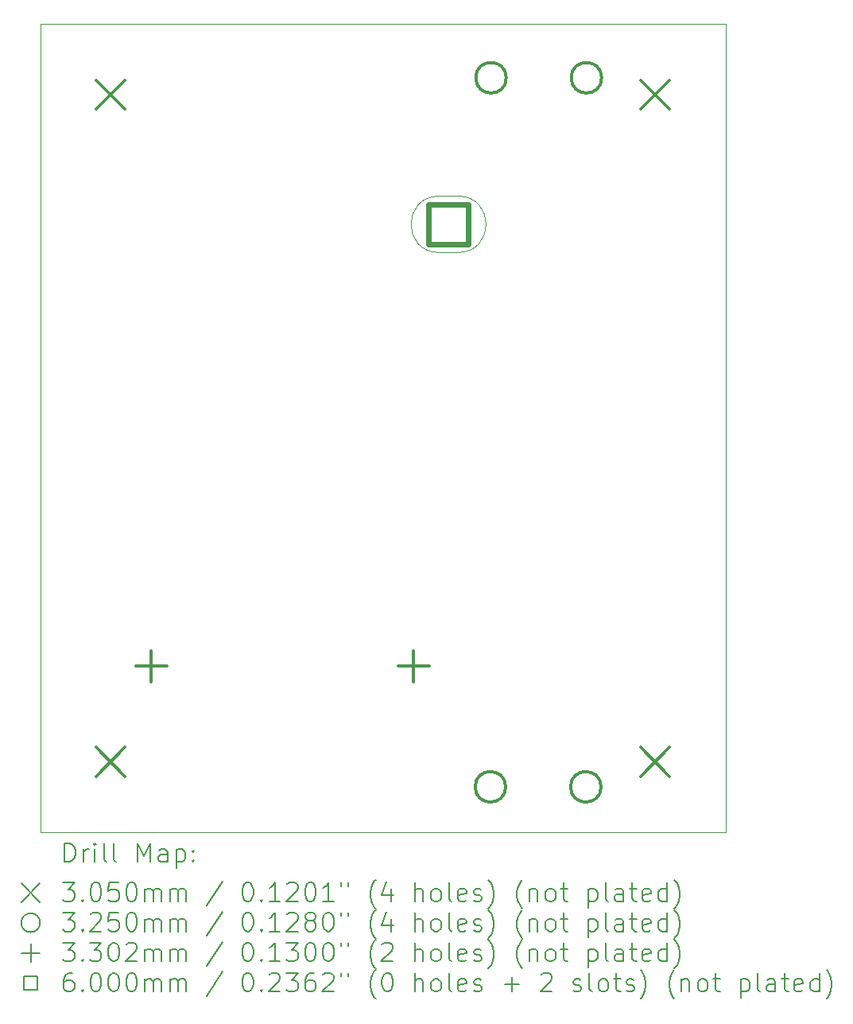
<source format=gbr>
%TF.GenerationSoftware,KiCad,Pcbnew,9.0.2*%
%TF.CreationDate,2025-05-16T17:18:47+02:00*%
%TF.ProjectId,PCB_accueil_STM,5043425f-6163-4637-9565-696c5f53544d,rev?*%
%TF.SameCoordinates,Original*%
%TF.FileFunction,Drillmap*%
%TF.FilePolarity,Positive*%
%FSLAX45Y45*%
G04 Gerber Fmt 4.5, Leading zero omitted, Abs format (unit mm)*
G04 Created by KiCad (PCBNEW 9.0.2) date 2025-05-16 17:18:47*
%MOMM*%
%LPD*%
G01*
G04 APERTURE LIST*
%ADD10C,0.050000*%
%ADD11C,0.200000*%
%ADD12C,0.305000*%
%ADD13C,0.325000*%
%ADD14C,0.330200*%
%ADD15C,0.600000*%
%ADD16C,0.100000*%
G04 APERTURE END LIST*
D10*
X11851600Y-5369560D02*
X11851600Y-13970000D01*
X19151600Y-13970000D02*
X19151600Y-5370000D01*
X11851600Y-13970000D02*
X19151600Y-13970000D01*
X19151600Y-5369560D02*
X11851600Y-5369560D01*
D11*
D12*
X12449100Y-5967060D02*
X12754100Y-6272060D01*
X12754100Y-5967060D02*
X12449100Y-6272060D01*
X12449100Y-13067500D02*
X12754100Y-13372500D01*
X12754100Y-13067500D02*
X12449100Y-13372500D01*
X18249100Y-5967500D02*
X18554100Y-6272500D01*
X18554100Y-5967500D02*
X18249100Y-6272500D01*
X18249100Y-13067500D02*
X18554100Y-13372500D01*
X18554100Y-13067500D02*
X18249100Y-13372500D01*
D13*
X16808100Y-13486000D02*
G75*
G02*
X16483100Y-13486000I-162500J0D01*
G01*
X16483100Y-13486000D02*
G75*
G02*
X16808100Y-13486000I162500J0D01*
G01*
X16814740Y-5940634D02*
G75*
G02*
X16489740Y-5940634I-162500J0D01*
G01*
X16489740Y-5940634D02*
G75*
G02*
X16814740Y-5940634I162500J0D01*
G01*
X17824100Y-13486000D02*
G75*
G02*
X17499100Y-13486000I-162500J0D01*
G01*
X17499100Y-13486000D02*
G75*
G02*
X17824100Y-13486000I162500J0D01*
G01*
X17830740Y-5940634D02*
G75*
G02*
X17505740Y-5940634I-162500J0D01*
G01*
X17505740Y-5940634D02*
G75*
G02*
X17830740Y-5940634I162500J0D01*
G01*
D14*
X13035280Y-12035790D02*
X13035280Y-12365990D01*
X12870180Y-12200890D02*
X13200380Y-12200890D01*
X15829280Y-12035790D02*
X15829280Y-12365990D01*
X15664180Y-12200890D02*
X15994380Y-12200890D01*
D15*
X16412134Y-7712134D02*
X16412134Y-7287866D01*
X15987866Y-7287866D01*
X15987866Y-7712134D01*
X16412134Y-7712134D01*
D16*
X16300000Y-7200000D02*
X16100000Y-7200000D01*
X16100000Y-7800000D02*
G75*
G02*
X16100000Y-7200000I0J300000D01*
G01*
X16100000Y-7800000D02*
X16300000Y-7800000D01*
X16300000Y-7800000D02*
G75*
G03*
X16300000Y-7200000I0J300000D01*
G01*
D15*
X16412134Y-7712134D02*
X16412134Y-7287866D01*
X15987866Y-7287866D01*
X15987866Y-7712134D01*
X16412134Y-7712134D01*
D16*
X16300000Y-7200000D02*
X16100000Y-7200000D01*
X16100000Y-7800000D02*
G75*
G02*
X16100000Y-7200000I0J300000D01*
G01*
X16100000Y-7800000D02*
X16300000Y-7800000D01*
X16300000Y-7800000D02*
G75*
G03*
X16300000Y-7200000I0J300000D01*
G01*
D11*
X12109877Y-14283984D02*
X12109877Y-14083984D01*
X12109877Y-14083984D02*
X12157496Y-14083984D01*
X12157496Y-14083984D02*
X12186067Y-14093508D01*
X12186067Y-14093508D02*
X12205115Y-14112555D01*
X12205115Y-14112555D02*
X12214639Y-14131603D01*
X12214639Y-14131603D02*
X12224162Y-14169698D01*
X12224162Y-14169698D02*
X12224162Y-14198269D01*
X12224162Y-14198269D02*
X12214639Y-14236365D01*
X12214639Y-14236365D02*
X12205115Y-14255412D01*
X12205115Y-14255412D02*
X12186067Y-14274460D01*
X12186067Y-14274460D02*
X12157496Y-14283984D01*
X12157496Y-14283984D02*
X12109877Y-14283984D01*
X12309877Y-14283984D02*
X12309877Y-14150650D01*
X12309877Y-14188746D02*
X12319401Y-14169698D01*
X12319401Y-14169698D02*
X12328924Y-14160174D01*
X12328924Y-14160174D02*
X12347972Y-14150650D01*
X12347972Y-14150650D02*
X12367020Y-14150650D01*
X12433686Y-14283984D02*
X12433686Y-14150650D01*
X12433686Y-14083984D02*
X12424162Y-14093508D01*
X12424162Y-14093508D02*
X12433686Y-14103031D01*
X12433686Y-14103031D02*
X12443210Y-14093508D01*
X12443210Y-14093508D02*
X12433686Y-14083984D01*
X12433686Y-14083984D02*
X12433686Y-14103031D01*
X12557496Y-14283984D02*
X12538448Y-14274460D01*
X12538448Y-14274460D02*
X12528924Y-14255412D01*
X12528924Y-14255412D02*
X12528924Y-14083984D01*
X12662258Y-14283984D02*
X12643210Y-14274460D01*
X12643210Y-14274460D02*
X12633686Y-14255412D01*
X12633686Y-14255412D02*
X12633686Y-14083984D01*
X12890829Y-14283984D02*
X12890829Y-14083984D01*
X12890829Y-14083984D02*
X12957496Y-14226841D01*
X12957496Y-14226841D02*
X13024162Y-14083984D01*
X13024162Y-14083984D02*
X13024162Y-14283984D01*
X13205115Y-14283984D02*
X13205115Y-14179222D01*
X13205115Y-14179222D02*
X13195591Y-14160174D01*
X13195591Y-14160174D02*
X13176543Y-14150650D01*
X13176543Y-14150650D02*
X13138448Y-14150650D01*
X13138448Y-14150650D02*
X13119401Y-14160174D01*
X13205115Y-14274460D02*
X13186067Y-14283984D01*
X13186067Y-14283984D02*
X13138448Y-14283984D01*
X13138448Y-14283984D02*
X13119401Y-14274460D01*
X13119401Y-14274460D02*
X13109877Y-14255412D01*
X13109877Y-14255412D02*
X13109877Y-14236365D01*
X13109877Y-14236365D02*
X13119401Y-14217317D01*
X13119401Y-14217317D02*
X13138448Y-14207793D01*
X13138448Y-14207793D02*
X13186067Y-14207793D01*
X13186067Y-14207793D02*
X13205115Y-14198269D01*
X13300353Y-14150650D02*
X13300353Y-14350650D01*
X13300353Y-14160174D02*
X13319401Y-14150650D01*
X13319401Y-14150650D02*
X13357496Y-14150650D01*
X13357496Y-14150650D02*
X13376543Y-14160174D01*
X13376543Y-14160174D02*
X13386067Y-14169698D01*
X13386067Y-14169698D02*
X13395591Y-14188746D01*
X13395591Y-14188746D02*
X13395591Y-14245888D01*
X13395591Y-14245888D02*
X13386067Y-14264936D01*
X13386067Y-14264936D02*
X13376543Y-14274460D01*
X13376543Y-14274460D02*
X13357496Y-14283984D01*
X13357496Y-14283984D02*
X13319401Y-14283984D01*
X13319401Y-14283984D02*
X13300353Y-14274460D01*
X13481305Y-14264936D02*
X13490829Y-14274460D01*
X13490829Y-14274460D02*
X13481305Y-14283984D01*
X13481305Y-14283984D02*
X13471782Y-14274460D01*
X13471782Y-14274460D02*
X13481305Y-14264936D01*
X13481305Y-14264936D02*
X13481305Y-14283984D01*
X13481305Y-14160174D02*
X13490829Y-14169698D01*
X13490829Y-14169698D02*
X13481305Y-14179222D01*
X13481305Y-14179222D02*
X13471782Y-14169698D01*
X13471782Y-14169698D02*
X13481305Y-14160174D01*
X13481305Y-14160174D02*
X13481305Y-14179222D01*
X11649100Y-14512500D02*
X11849100Y-14712500D01*
X11849100Y-14512500D02*
X11649100Y-14712500D01*
X12090829Y-14503984D02*
X12214639Y-14503984D01*
X12214639Y-14503984D02*
X12147972Y-14580174D01*
X12147972Y-14580174D02*
X12176543Y-14580174D01*
X12176543Y-14580174D02*
X12195591Y-14589698D01*
X12195591Y-14589698D02*
X12205115Y-14599222D01*
X12205115Y-14599222D02*
X12214639Y-14618269D01*
X12214639Y-14618269D02*
X12214639Y-14665888D01*
X12214639Y-14665888D02*
X12205115Y-14684936D01*
X12205115Y-14684936D02*
X12195591Y-14694460D01*
X12195591Y-14694460D02*
X12176543Y-14703984D01*
X12176543Y-14703984D02*
X12119401Y-14703984D01*
X12119401Y-14703984D02*
X12100353Y-14694460D01*
X12100353Y-14694460D02*
X12090829Y-14684936D01*
X12300353Y-14684936D02*
X12309877Y-14694460D01*
X12309877Y-14694460D02*
X12300353Y-14703984D01*
X12300353Y-14703984D02*
X12290829Y-14694460D01*
X12290829Y-14694460D02*
X12300353Y-14684936D01*
X12300353Y-14684936D02*
X12300353Y-14703984D01*
X12433686Y-14503984D02*
X12452734Y-14503984D01*
X12452734Y-14503984D02*
X12471782Y-14513508D01*
X12471782Y-14513508D02*
X12481305Y-14523031D01*
X12481305Y-14523031D02*
X12490829Y-14542079D01*
X12490829Y-14542079D02*
X12500353Y-14580174D01*
X12500353Y-14580174D02*
X12500353Y-14627793D01*
X12500353Y-14627793D02*
X12490829Y-14665888D01*
X12490829Y-14665888D02*
X12481305Y-14684936D01*
X12481305Y-14684936D02*
X12471782Y-14694460D01*
X12471782Y-14694460D02*
X12452734Y-14703984D01*
X12452734Y-14703984D02*
X12433686Y-14703984D01*
X12433686Y-14703984D02*
X12414639Y-14694460D01*
X12414639Y-14694460D02*
X12405115Y-14684936D01*
X12405115Y-14684936D02*
X12395591Y-14665888D01*
X12395591Y-14665888D02*
X12386067Y-14627793D01*
X12386067Y-14627793D02*
X12386067Y-14580174D01*
X12386067Y-14580174D02*
X12395591Y-14542079D01*
X12395591Y-14542079D02*
X12405115Y-14523031D01*
X12405115Y-14523031D02*
X12414639Y-14513508D01*
X12414639Y-14513508D02*
X12433686Y-14503984D01*
X12681305Y-14503984D02*
X12586067Y-14503984D01*
X12586067Y-14503984D02*
X12576543Y-14599222D01*
X12576543Y-14599222D02*
X12586067Y-14589698D01*
X12586067Y-14589698D02*
X12605115Y-14580174D01*
X12605115Y-14580174D02*
X12652734Y-14580174D01*
X12652734Y-14580174D02*
X12671782Y-14589698D01*
X12671782Y-14589698D02*
X12681305Y-14599222D01*
X12681305Y-14599222D02*
X12690829Y-14618269D01*
X12690829Y-14618269D02*
X12690829Y-14665888D01*
X12690829Y-14665888D02*
X12681305Y-14684936D01*
X12681305Y-14684936D02*
X12671782Y-14694460D01*
X12671782Y-14694460D02*
X12652734Y-14703984D01*
X12652734Y-14703984D02*
X12605115Y-14703984D01*
X12605115Y-14703984D02*
X12586067Y-14694460D01*
X12586067Y-14694460D02*
X12576543Y-14684936D01*
X12814639Y-14503984D02*
X12833686Y-14503984D01*
X12833686Y-14503984D02*
X12852734Y-14513508D01*
X12852734Y-14513508D02*
X12862258Y-14523031D01*
X12862258Y-14523031D02*
X12871782Y-14542079D01*
X12871782Y-14542079D02*
X12881305Y-14580174D01*
X12881305Y-14580174D02*
X12881305Y-14627793D01*
X12881305Y-14627793D02*
X12871782Y-14665888D01*
X12871782Y-14665888D02*
X12862258Y-14684936D01*
X12862258Y-14684936D02*
X12852734Y-14694460D01*
X12852734Y-14694460D02*
X12833686Y-14703984D01*
X12833686Y-14703984D02*
X12814639Y-14703984D01*
X12814639Y-14703984D02*
X12795591Y-14694460D01*
X12795591Y-14694460D02*
X12786067Y-14684936D01*
X12786067Y-14684936D02*
X12776543Y-14665888D01*
X12776543Y-14665888D02*
X12767020Y-14627793D01*
X12767020Y-14627793D02*
X12767020Y-14580174D01*
X12767020Y-14580174D02*
X12776543Y-14542079D01*
X12776543Y-14542079D02*
X12786067Y-14523031D01*
X12786067Y-14523031D02*
X12795591Y-14513508D01*
X12795591Y-14513508D02*
X12814639Y-14503984D01*
X12967020Y-14703984D02*
X12967020Y-14570650D01*
X12967020Y-14589698D02*
X12976543Y-14580174D01*
X12976543Y-14580174D02*
X12995591Y-14570650D01*
X12995591Y-14570650D02*
X13024163Y-14570650D01*
X13024163Y-14570650D02*
X13043210Y-14580174D01*
X13043210Y-14580174D02*
X13052734Y-14599222D01*
X13052734Y-14599222D02*
X13052734Y-14703984D01*
X13052734Y-14599222D02*
X13062258Y-14580174D01*
X13062258Y-14580174D02*
X13081305Y-14570650D01*
X13081305Y-14570650D02*
X13109877Y-14570650D01*
X13109877Y-14570650D02*
X13128924Y-14580174D01*
X13128924Y-14580174D02*
X13138448Y-14599222D01*
X13138448Y-14599222D02*
X13138448Y-14703984D01*
X13233686Y-14703984D02*
X13233686Y-14570650D01*
X13233686Y-14589698D02*
X13243210Y-14580174D01*
X13243210Y-14580174D02*
X13262258Y-14570650D01*
X13262258Y-14570650D02*
X13290829Y-14570650D01*
X13290829Y-14570650D02*
X13309877Y-14580174D01*
X13309877Y-14580174D02*
X13319401Y-14599222D01*
X13319401Y-14599222D02*
X13319401Y-14703984D01*
X13319401Y-14599222D02*
X13328924Y-14580174D01*
X13328924Y-14580174D02*
X13347972Y-14570650D01*
X13347972Y-14570650D02*
X13376543Y-14570650D01*
X13376543Y-14570650D02*
X13395591Y-14580174D01*
X13395591Y-14580174D02*
X13405115Y-14599222D01*
X13405115Y-14599222D02*
X13405115Y-14703984D01*
X13795591Y-14494460D02*
X13624163Y-14751603D01*
X14052734Y-14503984D02*
X14071782Y-14503984D01*
X14071782Y-14503984D02*
X14090829Y-14513508D01*
X14090829Y-14513508D02*
X14100353Y-14523031D01*
X14100353Y-14523031D02*
X14109877Y-14542079D01*
X14109877Y-14542079D02*
X14119401Y-14580174D01*
X14119401Y-14580174D02*
X14119401Y-14627793D01*
X14119401Y-14627793D02*
X14109877Y-14665888D01*
X14109877Y-14665888D02*
X14100353Y-14684936D01*
X14100353Y-14684936D02*
X14090829Y-14694460D01*
X14090829Y-14694460D02*
X14071782Y-14703984D01*
X14071782Y-14703984D02*
X14052734Y-14703984D01*
X14052734Y-14703984D02*
X14033686Y-14694460D01*
X14033686Y-14694460D02*
X14024163Y-14684936D01*
X14024163Y-14684936D02*
X14014639Y-14665888D01*
X14014639Y-14665888D02*
X14005115Y-14627793D01*
X14005115Y-14627793D02*
X14005115Y-14580174D01*
X14005115Y-14580174D02*
X14014639Y-14542079D01*
X14014639Y-14542079D02*
X14024163Y-14523031D01*
X14024163Y-14523031D02*
X14033686Y-14513508D01*
X14033686Y-14513508D02*
X14052734Y-14503984D01*
X14205115Y-14684936D02*
X14214639Y-14694460D01*
X14214639Y-14694460D02*
X14205115Y-14703984D01*
X14205115Y-14703984D02*
X14195591Y-14694460D01*
X14195591Y-14694460D02*
X14205115Y-14684936D01*
X14205115Y-14684936D02*
X14205115Y-14703984D01*
X14405115Y-14703984D02*
X14290829Y-14703984D01*
X14347972Y-14703984D02*
X14347972Y-14503984D01*
X14347972Y-14503984D02*
X14328925Y-14532555D01*
X14328925Y-14532555D02*
X14309877Y-14551603D01*
X14309877Y-14551603D02*
X14290829Y-14561127D01*
X14481306Y-14523031D02*
X14490829Y-14513508D01*
X14490829Y-14513508D02*
X14509877Y-14503984D01*
X14509877Y-14503984D02*
X14557496Y-14503984D01*
X14557496Y-14503984D02*
X14576544Y-14513508D01*
X14576544Y-14513508D02*
X14586067Y-14523031D01*
X14586067Y-14523031D02*
X14595591Y-14542079D01*
X14595591Y-14542079D02*
X14595591Y-14561127D01*
X14595591Y-14561127D02*
X14586067Y-14589698D01*
X14586067Y-14589698D02*
X14471782Y-14703984D01*
X14471782Y-14703984D02*
X14595591Y-14703984D01*
X14719401Y-14503984D02*
X14738448Y-14503984D01*
X14738448Y-14503984D02*
X14757496Y-14513508D01*
X14757496Y-14513508D02*
X14767020Y-14523031D01*
X14767020Y-14523031D02*
X14776544Y-14542079D01*
X14776544Y-14542079D02*
X14786067Y-14580174D01*
X14786067Y-14580174D02*
X14786067Y-14627793D01*
X14786067Y-14627793D02*
X14776544Y-14665888D01*
X14776544Y-14665888D02*
X14767020Y-14684936D01*
X14767020Y-14684936D02*
X14757496Y-14694460D01*
X14757496Y-14694460D02*
X14738448Y-14703984D01*
X14738448Y-14703984D02*
X14719401Y-14703984D01*
X14719401Y-14703984D02*
X14700353Y-14694460D01*
X14700353Y-14694460D02*
X14690829Y-14684936D01*
X14690829Y-14684936D02*
X14681306Y-14665888D01*
X14681306Y-14665888D02*
X14671782Y-14627793D01*
X14671782Y-14627793D02*
X14671782Y-14580174D01*
X14671782Y-14580174D02*
X14681306Y-14542079D01*
X14681306Y-14542079D02*
X14690829Y-14523031D01*
X14690829Y-14523031D02*
X14700353Y-14513508D01*
X14700353Y-14513508D02*
X14719401Y-14503984D01*
X14976544Y-14703984D02*
X14862258Y-14703984D01*
X14919401Y-14703984D02*
X14919401Y-14503984D01*
X14919401Y-14503984D02*
X14900353Y-14532555D01*
X14900353Y-14532555D02*
X14881306Y-14551603D01*
X14881306Y-14551603D02*
X14862258Y-14561127D01*
X15052734Y-14503984D02*
X15052734Y-14542079D01*
X15128925Y-14503984D02*
X15128925Y-14542079D01*
X15424163Y-14780174D02*
X15414639Y-14770650D01*
X15414639Y-14770650D02*
X15395591Y-14742079D01*
X15395591Y-14742079D02*
X15386068Y-14723031D01*
X15386068Y-14723031D02*
X15376544Y-14694460D01*
X15376544Y-14694460D02*
X15367020Y-14646841D01*
X15367020Y-14646841D02*
X15367020Y-14608746D01*
X15367020Y-14608746D02*
X15376544Y-14561127D01*
X15376544Y-14561127D02*
X15386068Y-14532555D01*
X15386068Y-14532555D02*
X15395591Y-14513508D01*
X15395591Y-14513508D02*
X15414639Y-14484936D01*
X15414639Y-14484936D02*
X15424163Y-14475412D01*
X15586068Y-14570650D02*
X15586068Y-14703984D01*
X15538448Y-14494460D02*
X15490829Y-14637317D01*
X15490829Y-14637317D02*
X15614639Y-14637317D01*
X15843210Y-14703984D02*
X15843210Y-14503984D01*
X15928925Y-14703984D02*
X15928925Y-14599222D01*
X15928925Y-14599222D02*
X15919401Y-14580174D01*
X15919401Y-14580174D02*
X15900353Y-14570650D01*
X15900353Y-14570650D02*
X15871782Y-14570650D01*
X15871782Y-14570650D02*
X15852734Y-14580174D01*
X15852734Y-14580174D02*
X15843210Y-14589698D01*
X16052734Y-14703984D02*
X16033687Y-14694460D01*
X16033687Y-14694460D02*
X16024163Y-14684936D01*
X16024163Y-14684936D02*
X16014639Y-14665888D01*
X16014639Y-14665888D02*
X16014639Y-14608746D01*
X16014639Y-14608746D02*
X16024163Y-14589698D01*
X16024163Y-14589698D02*
X16033687Y-14580174D01*
X16033687Y-14580174D02*
X16052734Y-14570650D01*
X16052734Y-14570650D02*
X16081306Y-14570650D01*
X16081306Y-14570650D02*
X16100353Y-14580174D01*
X16100353Y-14580174D02*
X16109877Y-14589698D01*
X16109877Y-14589698D02*
X16119401Y-14608746D01*
X16119401Y-14608746D02*
X16119401Y-14665888D01*
X16119401Y-14665888D02*
X16109877Y-14684936D01*
X16109877Y-14684936D02*
X16100353Y-14694460D01*
X16100353Y-14694460D02*
X16081306Y-14703984D01*
X16081306Y-14703984D02*
X16052734Y-14703984D01*
X16233687Y-14703984D02*
X16214639Y-14694460D01*
X16214639Y-14694460D02*
X16205115Y-14675412D01*
X16205115Y-14675412D02*
X16205115Y-14503984D01*
X16386068Y-14694460D02*
X16367020Y-14703984D01*
X16367020Y-14703984D02*
X16328925Y-14703984D01*
X16328925Y-14703984D02*
X16309877Y-14694460D01*
X16309877Y-14694460D02*
X16300353Y-14675412D01*
X16300353Y-14675412D02*
X16300353Y-14599222D01*
X16300353Y-14599222D02*
X16309877Y-14580174D01*
X16309877Y-14580174D02*
X16328925Y-14570650D01*
X16328925Y-14570650D02*
X16367020Y-14570650D01*
X16367020Y-14570650D02*
X16386068Y-14580174D01*
X16386068Y-14580174D02*
X16395591Y-14599222D01*
X16395591Y-14599222D02*
X16395591Y-14618269D01*
X16395591Y-14618269D02*
X16300353Y-14637317D01*
X16471782Y-14694460D02*
X16490830Y-14703984D01*
X16490830Y-14703984D02*
X16528925Y-14703984D01*
X16528925Y-14703984D02*
X16547972Y-14694460D01*
X16547972Y-14694460D02*
X16557496Y-14675412D01*
X16557496Y-14675412D02*
X16557496Y-14665888D01*
X16557496Y-14665888D02*
X16547972Y-14646841D01*
X16547972Y-14646841D02*
X16528925Y-14637317D01*
X16528925Y-14637317D02*
X16500353Y-14637317D01*
X16500353Y-14637317D02*
X16481306Y-14627793D01*
X16481306Y-14627793D02*
X16471782Y-14608746D01*
X16471782Y-14608746D02*
X16471782Y-14599222D01*
X16471782Y-14599222D02*
X16481306Y-14580174D01*
X16481306Y-14580174D02*
X16500353Y-14570650D01*
X16500353Y-14570650D02*
X16528925Y-14570650D01*
X16528925Y-14570650D02*
X16547972Y-14580174D01*
X16624163Y-14780174D02*
X16633687Y-14770650D01*
X16633687Y-14770650D02*
X16652734Y-14742079D01*
X16652734Y-14742079D02*
X16662258Y-14723031D01*
X16662258Y-14723031D02*
X16671782Y-14694460D01*
X16671782Y-14694460D02*
X16681306Y-14646841D01*
X16681306Y-14646841D02*
X16681306Y-14608746D01*
X16681306Y-14608746D02*
X16671782Y-14561127D01*
X16671782Y-14561127D02*
X16662258Y-14532555D01*
X16662258Y-14532555D02*
X16652734Y-14513508D01*
X16652734Y-14513508D02*
X16633687Y-14484936D01*
X16633687Y-14484936D02*
X16624163Y-14475412D01*
X16986068Y-14780174D02*
X16976544Y-14770650D01*
X16976544Y-14770650D02*
X16957496Y-14742079D01*
X16957496Y-14742079D02*
X16947973Y-14723031D01*
X16947973Y-14723031D02*
X16938449Y-14694460D01*
X16938449Y-14694460D02*
X16928925Y-14646841D01*
X16928925Y-14646841D02*
X16928925Y-14608746D01*
X16928925Y-14608746D02*
X16938449Y-14561127D01*
X16938449Y-14561127D02*
X16947973Y-14532555D01*
X16947973Y-14532555D02*
X16957496Y-14513508D01*
X16957496Y-14513508D02*
X16976544Y-14484936D01*
X16976544Y-14484936D02*
X16986068Y-14475412D01*
X17062258Y-14570650D02*
X17062258Y-14703984D01*
X17062258Y-14589698D02*
X17071782Y-14580174D01*
X17071782Y-14580174D02*
X17090830Y-14570650D01*
X17090830Y-14570650D02*
X17119401Y-14570650D01*
X17119401Y-14570650D02*
X17138449Y-14580174D01*
X17138449Y-14580174D02*
X17147973Y-14599222D01*
X17147973Y-14599222D02*
X17147973Y-14703984D01*
X17271782Y-14703984D02*
X17252734Y-14694460D01*
X17252734Y-14694460D02*
X17243211Y-14684936D01*
X17243211Y-14684936D02*
X17233687Y-14665888D01*
X17233687Y-14665888D02*
X17233687Y-14608746D01*
X17233687Y-14608746D02*
X17243211Y-14589698D01*
X17243211Y-14589698D02*
X17252734Y-14580174D01*
X17252734Y-14580174D02*
X17271782Y-14570650D01*
X17271782Y-14570650D02*
X17300354Y-14570650D01*
X17300354Y-14570650D02*
X17319401Y-14580174D01*
X17319401Y-14580174D02*
X17328925Y-14589698D01*
X17328925Y-14589698D02*
X17338449Y-14608746D01*
X17338449Y-14608746D02*
X17338449Y-14665888D01*
X17338449Y-14665888D02*
X17328925Y-14684936D01*
X17328925Y-14684936D02*
X17319401Y-14694460D01*
X17319401Y-14694460D02*
X17300354Y-14703984D01*
X17300354Y-14703984D02*
X17271782Y-14703984D01*
X17395592Y-14570650D02*
X17471782Y-14570650D01*
X17424163Y-14503984D02*
X17424163Y-14675412D01*
X17424163Y-14675412D02*
X17433687Y-14694460D01*
X17433687Y-14694460D02*
X17452734Y-14703984D01*
X17452734Y-14703984D02*
X17471782Y-14703984D01*
X17690830Y-14570650D02*
X17690830Y-14770650D01*
X17690830Y-14580174D02*
X17709877Y-14570650D01*
X17709877Y-14570650D02*
X17747973Y-14570650D01*
X17747973Y-14570650D02*
X17767020Y-14580174D01*
X17767020Y-14580174D02*
X17776544Y-14589698D01*
X17776544Y-14589698D02*
X17786068Y-14608746D01*
X17786068Y-14608746D02*
X17786068Y-14665888D01*
X17786068Y-14665888D02*
X17776544Y-14684936D01*
X17776544Y-14684936D02*
X17767020Y-14694460D01*
X17767020Y-14694460D02*
X17747973Y-14703984D01*
X17747973Y-14703984D02*
X17709877Y-14703984D01*
X17709877Y-14703984D02*
X17690830Y-14694460D01*
X17900354Y-14703984D02*
X17881306Y-14694460D01*
X17881306Y-14694460D02*
X17871782Y-14675412D01*
X17871782Y-14675412D02*
X17871782Y-14503984D01*
X18062258Y-14703984D02*
X18062258Y-14599222D01*
X18062258Y-14599222D02*
X18052735Y-14580174D01*
X18052735Y-14580174D02*
X18033687Y-14570650D01*
X18033687Y-14570650D02*
X17995592Y-14570650D01*
X17995592Y-14570650D02*
X17976544Y-14580174D01*
X18062258Y-14694460D02*
X18043211Y-14703984D01*
X18043211Y-14703984D02*
X17995592Y-14703984D01*
X17995592Y-14703984D02*
X17976544Y-14694460D01*
X17976544Y-14694460D02*
X17967020Y-14675412D01*
X17967020Y-14675412D02*
X17967020Y-14656365D01*
X17967020Y-14656365D02*
X17976544Y-14637317D01*
X17976544Y-14637317D02*
X17995592Y-14627793D01*
X17995592Y-14627793D02*
X18043211Y-14627793D01*
X18043211Y-14627793D02*
X18062258Y-14618269D01*
X18128925Y-14570650D02*
X18205115Y-14570650D01*
X18157496Y-14503984D02*
X18157496Y-14675412D01*
X18157496Y-14675412D02*
X18167020Y-14694460D01*
X18167020Y-14694460D02*
X18186068Y-14703984D01*
X18186068Y-14703984D02*
X18205115Y-14703984D01*
X18347973Y-14694460D02*
X18328925Y-14703984D01*
X18328925Y-14703984D02*
X18290830Y-14703984D01*
X18290830Y-14703984D02*
X18271782Y-14694460D01*
X18271782Y-14694460D02*
X18262258Y-14675412D01*
X18262258Y-14675412D02*
X18262258Y-14599222D01*
X18262258Y-14599222D02*
X18271782Y-14580174D01*
X18271782Y-14580174D02*
X18290830Y-14570650D01*
X18290830Y-14570650D02*
X18328925Y-14570650D01*
X18328925Y-14570650D02*
X18347973Y-14580174D01*
X18347973Y-14580174D02*
X18357496Y-14599222D01*
X18357496Y-14599222D02*
X18357496Y-14618269D01*
X18357496Y-14618269D02*
X18262258Y-14637317D01*
X18528925Y-14703984D02*
X18528925Y-14503984D01*
X18528925Y-14694460D02*
X18509877Y-14703984D01*
X18509877Y-14703984D02*
X18471782Y-14703984D01*
X18471782Y-14703984D02*
X18452735Y-14694460D01*
X18452735Y-14694460D02*
X18443211Y-14684936D01*
X18443211Y-14684936D02*
X18433687Y-14665888D01*
X18433687Y-14665888D02*
X18433687Y-14608746D01*
X18433687Y-14608746D02*
X18443211Y-14589698D01*
X18443211Y-14589698D02*
X18452735Y-14580174D01*
X18452735Y-14580174D02*
X18471782Y-14570650D01*
X18471782Y-14570650D02*
X18509877Y-14570650D01*
X18509877Y-14570650D02*
X18528925Y-14580174D01*
X18605116Y-14780174D02*
X18614639Y-14770650D01*
X18614639Y-14770650D02*
X18633687Y-14742079D01*
X18633687Y-14742079D02*
X18643211Y-14723031D01*
X18643211Y-14723031D02*
X18652735Y-14694460D01*
X18652735Y-14694460D02*
X18662258Y-14646841D01*
X18662258Y-14646841D02*
X18662258Y-14608746D01*
X18662258Y-14608746D02*
X18652735Y-14561127D01*
X18652735Y-14561127D02*
X18643211Y-14532555D01*
X18643211Y-14532555D02*
X18633687Y-14513508D01*
X18633687Y-14513508D02*
X18614639Y-14484936D01*
X18614639Y-14484936D02*
X18605116Y-14475412D01*
X11849100Y-14932500D02*
G75*
G02*
X11649100Y-14932500I-100000J0D01*
G01*
X11649100Y-14932500D02*
G75*
G02*
X11849100Y-14932500I100000J0D01*
G01*
X12090829Y-14823984D02*
X12214639Y-14823984D01*
X12214639Y-14823984D02*
X12147972Y-14900174D01*
X12147972Y-14900174D02*
X12176543Y-14900174D01*
X12176543Y-14900174D02*
X12195591Y-14909698D01*
X12195591Y-14909698D02*
X12205115Y-14919222D01*
X12205115Y-14919222D02*
X12214639Y-14938269D01*
X12214639Y-14938269D02*
X12214639Y-14985888D01*
X12214639Y-14985888D02*
X12205115Y-15004936D01*
X12205115Y-15004936D02*
X12195591Y-15014460D01*
X12195591Y-15014460D02*
X12176543Y-15023984D01*
X12176543Y-15023984D02*
X12119401Y-15023984D01*
X12119401Y-15023984D02*
X12100353Y-15014460D01*
X12100353Y-15014460D02*
X12090829Y-15004936D01*
X12300353Y-15004936D02*
X12309877Y-15014460D01*
X12309877Y-15014460D02*
X12300353Y-15023984D01*
X12300353Y-15023984D02*
X12290829Y-15014460D01*
X12290829Y-15014460D02*
X12300353Y-15004936D01*
X12300353Y-15004936D02*
X12300353Y-15023984D01*
X12386067Y-14843031D02*
X12395591Y-14833508D01*
X12395591Y-14833508D02*
X12414639Y-14823984D01*
X12414639Y-14823984D02*
X12462258Y-14823984D01*
X12462258Y-14823984D02*
X12481305Y-14833508D01*
X12481305Y-14833508D02*
X12490829Y-14843031D01*
X12490829Y-14843031D02*
X12500353Y-14862079D01*
X12500353Y-14862079D02*
X12500353Y-14881127D01*
X12500353Y-14881127D02*
X12490829Y-14909698D01*
X12490829Y-14909698D02*
X12376543Y-15023984D01*
X12376543Y-15023984D02*
X12500353Y-15023984D01*
X12681305Y-14823984D02*
X12586067Y-14823984D01*
X12586067Y-14823984D02*
X12576543Y-14919222D01*
X12576543Y-14919222D02*
X12586067Y-14909698D01*
X12586067Y-14909698D02*
X12605115Y-14900174D01*
X12605115Y-14900174D02*
X12652734Y-14900174D01*
X12652734Y-14900174D02*
X12671782Y-14909698D01*
X12671782Y-14909698D02*
X12681305Y-14919222D01*
X12681305Y-14919222D02*
X12690829Y-14938269D01*
X12690829Y-14938269D02*
X12690829Y-14985888D01*
X12690829Y-14985888D02*
X12681305Y-15004936D01*
X12681305Y-15004936D02*
X12671782Y-15014460D01*
X12671782Y-15014460D02*
X12652734Y-15023984D01*
X12652734Y-15023984D02*
X12605115Y-15023984D01*
X12605115Y-15023984D02*
X12586067Y-15014460D01*
X12586067Y-15014460D02*
X12576543Y-15004936D01*
X12814639Y-14823984D02*
X12833686Y-14823984D01*
X12833686Y-14823984D02*
X12852734Y-14833508D01*
X12852734Y-14833508D02*
X12862258Y-14843031D01*
X12862258Y-14843031D02*
X12871782Y-14862079D01*
X12871782Y-14862079D02*
X12881305Y-14900174D01*
X12881305Y-14900174D02*
X12881305Y-14947793D01*
X12881305Y-14947793D02*
X12871782Y-14985888D01*
X12871782Y-14985888D02*
X12862258Y-15004936D01*
X12862258Y-15004936D02*
X12852734Y-15014460D01*
X12852734Y-15014460D02*
X12833686Y-15023984D01*
X12833686Y-15023984D02*
X12814639Y-15023984D01*
X12814639Y-15023984D02*
X12795591Y-15014460D01*
X12795591Y-15014460D02*
X12786067Y-15004936D01*
X12786067Y-15004936D02*
X12776543Y-14985888D01*
X12776543Y-14985888D02*
X12767020Y-14947793D01*
X12767020Y-14947793D02*
X12767020Y-14900174D01*
X12767020Y-14900174D02*
X12776543Y-14862079D01*
X12776543Y-14862079D02*
X12786067Y-14843031D01*
X12786067Y-14843031D02*
X12795591Y-14833508D01*
X12795591Y-14833508D02*
X12814639Y-14823984D01*
X12967020Y-15023984D02*
X12967020Y-14890650D01*
X12967020Y-14909698D02*
X12976543Y-14900174D01*
X12976543Y-14900174D02*
X12995591Y-14890650D01*
X12995591Y-14890650D02*
X13024163Y-14890650D01*
X13024163Y-14890650D02*
X13043210Y-14900174D01*
X13043210Y-14900174D02*
X13052734Y-14919222D01*
X13052734Y-14919222D02*
X13052734Y-15023984D01*
X13052734Y-14919222D02*
X13062258Y-14900174D01*
X13062258Y-14900174D02*
X13081305Y-14890650D01*
X13081305Y-14890650D02*
X13109877Y-14890650D01*
X13109877Y-14890650D02*
X13128924Y-14900174D01*
X13128924Y-14900174D02*
X13138448Y-14919222D01*
X13138448Y-14919222D02*
X13138448Y-15023984D01*
X13233686Y-15023984D02*
X13233686Y-14890650D01*
X13233686Y-14909698D02*
X13243210Y-14900174D01*
X13243210Y-14900174D02*
X13262258Y-14890650D01*
X13262258Y-14890650D02*
X13290829Y-14890650D01*
X13290829Y-14890650D02*
X13309877Y-14900174D01*
X13309877Y-14900174D02*
X13319401Y-14919222D01*
X13319401Y-14919222D02*
X13319401Y-15023984D01*
X13319401Y-14919222D02*
X13328924Y-14900174D01*
X13328924Y-14900174D02*
X13347972Y-14890650D01*
X13347972Y-14890650D02*
X13376543Y-14890650D01*
X13376543Y-14890650D02*
X13395591Y-14900174D01*
X13395591Y-14900174D02*
X13405115Y-14919222D01*
X13405115Y-14919222D02*
X13405115Y-15023984D01*
X13795591Y-14814460D02*
X13624163Y-15071603D01*
X14052734Y-14823984D02*
X14071782Y-14823984D01*
X14071782Y-14823984D02*
X14090829Y-14833508D01*
X14090829Y-14833508D02*
X14100353Y-14843031D01*
X14100353Y-14843031D02*
X14109877Y-14862079D01*
X14109877Y-14862079D02*
X14119401Y-14900174D01*
X14119401Y-14900174D02*
X14119401Y-14947793D01*
X14119401Y-14947793D02*
X14109877Y-14985888D01*
X14109877Y-14985888D02*
X14100353Y-15004936D01*
X14100353Y-15004936D02*
X14090829Y-15014460D01*
X14090829Y-15014460D02*
X14071782Y-15023984D01*
X14071782Y-15023984D02*
X14052734Y-15023984D01*
X14052734Y-15023984D02*
X14033686Y-15014460D01*
X14033686Y-15014460D02*
X14024163Y-15004936D01*
X14024163Y-15004936D02*
X14014639Y-14985888D01*
X14014639Y-14985888D02*
X14005115Y-14947793D01*
X14005115Y-14947793D02*
X14005115Y-14900174D01*
X14005115Y-14900174D02*
X14014639Y-14862079D01*
X14014639Y-14862079D02*
X14024163Y-14843031D01*
X14024163Y-14843031D02*
X14033686Y-14833508D01*
X14033686Y-14833508D02*
X14052734Y-14823984D01*
X14205115Y-15004936D02*
X14214639Y-15014460D01*
X14214639Y-15014460D02*
X14205115Y-15023984D01*
X14205115Y-15023984D02*
X14195591Y-15014460D01*
X14195591Y-15014460D02*
X14205115Y-15004936D01*
X14205115Y-15004936D02*
X14205115Y-15023984D01*
X14405115Y-15023984D02*
X14290829Y-15023984D01*
X14347972Y-15023984D02*
X14347972Y-14823984D01*
X14347972Y-14823984D02*
X14328925Y-14852555D01*
X14328925Y-14852555D02*
X14309877Y-14871603D01*
X14309877Y-14871603D02*
X14290829Y-14881127D01*
X14481306Y-14843031D02*
X14490829Y-14833508D01*
X14490829Y-14833508D02*
X14509877Y-14823984D01*
X14509877Y-14823984D02*
X14557496Y-14823984D01*
X14557496Y-14823984D02*
X14576544Y-14833508D01*
X14576544Y-14833508D02*
X14586067Y-14843031D01*
X14586067Y-14843031D02*
X14595591Y-14862079D01*
X14595591Y-14862079D02*
X14595591Y-14881127D01*
X14595591Y-14881127D02*
X14586067Y-14909698D01*
X14586067Y-14909698D02*
X14471782Y-15023984D01*
X14471782Y-15023984D02*
X14595591Y-15023984D01*
X14709877Y-14909698D02*
X14690829Y-14900174D01*
X14690829Y-14900174D02*
X14681306Y-14890650D01*
X14681306Y-14890650D02*
X14671782Y-14871603D01*
X14671782Y-14871603D02*
X14671782Y-14862079D01*
X14671782Y-14862079D02*
X14681306Y-14843031D01*
X14681306Y-14843031D02*
X14690829Y-14833508D01*
X14690829Y-14833508D02*
X14709877Y-14823984D01*
X14709877Y-14823984D02*
X14747972Y-14823984D01*
X14747972Y-14823984D02*
X14767020Y-14833508D01*
X14767020Y-14833508D02*
X14776544Y-14843031D01*
X14776544Y-14843031D02*
X14786067Y-14862079D01*
X14786067Y-14862079D02*
X14786067Y-14871603D01*
X14786067Y-14871603D02*
X14776544Y-14890650D01*
X14776544Y-14890650D02*
X14767020Y-14900174D01*
X14767020Y-14900174D02*
X14747972Y-14909698D01*
X14747972Y-14909698D02*
X14709877Y-14909698D01*
X14709877Y-14909698D02*
X14690829Y-14919222D01*
X14690829Y-14919222D02*
X14681306Y-14928746D01*
X14681306Y-14928746D02*
X14671782Y-14947793D01*
X14671782Y-14947793D02*
X14671782Y-14985888D01*
X14671782Y-14985888D02*
X14681306Y-15004936D01*
X14681306Y-15004936D02*
X14690829Y-15014460D01*
X14690829Y-15014460D02*
X14709877Y-15023984D01*
X14709877Y-15023984D02*
X14747972Y-15023984D01*
X14747972Y-15023984D02*
X14767020Y-15014460D01*
X14767020Y-15014460D02*
X14776544Y-15004936D01*
X14776544Y-15004936D02*
X14786067Y-14985888D01*
X14786067Y-14985888D02*
X14786067Y-14947793D01*
X14786067Y-14947793D02*
X14776544Y-14928746D01*
X14776544Y-14928746D02*
X14767020Y-14919222D01*
X14767020Y-14919222D02*
X14747972Y-14909698D01*
X14909877Y-14823984D02*
X14928925Y-14823984D01*
X14928925Y-14823984D02*
X14947972Y-14833508D01*
X14947972Y-14833508D02*
X14957496Y-14843031D01*
X14957496Y-14843031D02*
X14967020Y-14862079D01*
X14967020Y-14862079D02*
X14976544Y-14900174D01*
X14976544Y-14900174D02*
X14976544Y-14947793D01*
X14976544Y-14947793D02*
X14967020Y-14985888D01*
X14967020Y-14985888D02*
X14957496Y-15004936D01*
X14957496Y-15004936D02*
X14947972Y-15014460D01*
X14947972Y-15014460D02*
X14928925Y-15023984D01*
X14928925Y-15023984D02*
X14909877Y-15023984D01*
X14909877Y-15023984D02*
X14890829Y-15014460D01*
X14890829Y-15014460D02*
X14881306Y-15004936D01*
X14881306Y-15004936D02*
X14871782Y-14985888D01*
X14871782Y-14985888D02*
X14862258Y-14947793D01*
X14862258Y-14947793D02*
X14862258Y-14900174D01*
X14862258Y-14900174D02*
X14871782Y-14862079D01*
X14871782Y-14862079D02*
X14881306Y-14843031D01*
X14881306Y-14843031D02*
X14890829Y-14833508D01*
X14890829Y-14833508D02*
X14909877Y-14823984D01*
X15052734Y-14823984D02*
X15052734Y-14862079D01*
X15128925Y-14823984D02*
X15128925Y-14862079D01*
X15424163Y-15100174D02*
X15414639Y-15090650D01*
X15414639Y-15090650D02*
X15395591Y-15062079D01*
X15395591Y-15062079D02*
X15386068Y-15043031D01*
X15386068Y-15043031D02*
X15376544Y-15014460D01*
X15376544Y-15014460D02*
X15367020Y-14966841D01*
X15367020Y-14966841D02*
X15367020Y-14928746D01*
X15367020Y-14928746D02*
X15376544Y-14881127D01*
X15376544Y-14881127D02*
X15386068Y-14852555D01*
X15386068Y-14852555D02*
X15395591Y-14833508D01*
X15395591Y-14833508D02*
X15414639Y-14804936D01*
X15414639Y-14804936D02*
X15424163Y-14795412D01*
X15586068Y-14890650D02*
X15586068Y-15023984D01*
X15538448Y-14814460D02*
X15490829Y-14957317D01*
X15490829Y-14957317D02*
X15614639Y-14957317D01*
X15843210Y-15023984D02*
X15843210Y-14823984D01*
X15928925Y-15023984D02*
X15928925Y-14919222D01*
X15928925Y-14919222D02*
X15919401Y-14900174D01*
X15919401Y-14900174D02*
X15900353Y-14890650D01*
X15900353Y-14890650D02*
X15871782Y-14890650D01*
X15871782Y-14890650D02*
X15852734Y-14900174D01*
X15852734Y-14900174D02*
X15843210Y-14909698D01*
X16052734Y-15023984D02*
X16033687Y-15014460D01*
X16033687Y-15014460D02*
X16024163Y-15004936D01*
X16024163Y-15004936D02*
X16014639Y-14985888D01*
X16014639Y-14985888D02*
X16014639Y-14928746D01*
X16014639Y-14928746D02*
X16024163Y-14909698D01*
X16024163Y-14909698D02*
X16033687Y-14900174D01*
X16033687Y-14900174D02*
X16052734Y-14890650D01*
X16052734Y-14890650D02*
X16081306Y-14890650D01*
X16081306Y-14890650D02*
X16100353Y-14900174D01*
X16100353Y-14900174D02*
X16109877Y-14909698D01*
X16109877Y-14909698D02*
X16119401Y-14928746D01*
X16119401Y-14928746D02*
X16119401Y-14985888D01*
X16119401Y-14985888D02*
X16109877Y-15004936D01*
X16109877Y-15004936D02*
X16100353Y-15014460D01*
X16100353Y-15014460D02*
X16081306Y-15023984D01*
X16081306Y-15023984D02*
X16052734Y-15023984D01*
X16233687Y-15023984D02*
X16214639Y-15014460D01*
X16214639Y-15014460D02*
X16205115Y-14995412D01*
X16205115Y-14995412D02*
X16205115Y-14823984D01*
X16386068Y-15014460D02*
X16367020Y-15023984D01*
X16367020Y-15023984D02*
X16328925Y-15023984D01*
X16328925Y-15023984D02*
X16309877Y-15014460D01*
X16309877Y-15014460D02*
X16300353Y-14995412D01*
X16300353Y-14995412D02*
X16300353Y-14919222D01*
X16300353Y-14919222D02*
X16309877Y-14900174D01*
X16309877Y-14900174D02*
X16328925Y-14890650D01*
X16328925Y-14890650D02*
X16367020Y-14890650D01*
X16367020Y-14890650D02*
X16386068Y-14900174D01*
X16386068Y-14900174D02*
X16395591Y-14919222D01*
X16395591Y-14919222D02*
X16395591Y-14938269D01*
X16395591Y-14938269D02*
X16300353Y-14957317D01*
X16471782Y-15014460D02*
X16490830Y-15023984D01*
X16490830Y-15023984D02*
X16528925Y-15023984D01*
X16528925Y-15023984D02*
X16547972Y-15014460D01*
X16547972Y-15014460D02*
X16557496Y-14995412D01*
X16557496Y-14995412D02*
X16557496Y-14985888D01*
X16557496Y-14985888D02*
X16547972Y-14966841D01*
X16547972Y-14966841D02*
X16528925Y-14957317D01*
X16528925Y-14957317D02*
X16500353Y-14957317D01*
X16500353Y-14957317D02*
X16481306Y-14947793D01*
X16481306Y-14947793D02*
X16471782Y-14928746D01*
X16471782Y-14928746D02*
X16471782Y-14919222D01*
X16471782Y-14919222D02*
X16481306Y-14900174D01*
X16481306Y-14900174D02*
X16500353Y-14890650D01*
X16500353Y-14890650D02*
X16528925Y-14890650D01*
X16528925Y-14890650D02*
X16547972Y-14900174D01*
X16624163Y-15100174D02*
X16633687Y-15090650D01*
X16633687Y-15090650D02*
X16652734Y-15062079D01*
X16652734Y-15062079D02*
X16662258Y-15043031D01*
X16662258Y-15043031D02*
X16671782Y-15014460D01*
X16671782Y-15014460D02*
X16681306Y-14966841D01*
X16681306Y-14966841D02*
X16681306Y-14928746D01*
X16681306Y-14928746D02*
X16671782Y-14881127D01*
X16671782Y-14881127D02*
X16662258Y-14852555D01*
X16662258Y-14852555D02*
X16652734Y-14833508D01*
X16652734Y-14833508D02*
X16633687Y-14804936D01*
X16633687Y-14804936D02*
X16624163Y-14795412D01*
X16986068Y-15100174D02*
X16976544Y-15090650D01*
X16976544Y-15090650D02*
X16957496Y-15062079D01*
X16957496Y-15062079D02*
X16947973Y-15043031D01*
X16947973Y-15043031D02*
X16938449Y-15014460D01*
X16938449Y-15014460D02*
X16928925Y-14966841D01*
X16928925Y-14966841D02*
X16928925Y-14928746D01*
X16928925Y-14928746D02*
X16938449Y-14881127D01*
X16938449Y-14881127D02*
X16947973Y-14852555D01*
X16947973Y-14852555D02*
X16957496Y-14833508D01*
X16957496Y-14833508D02*
X16976544Y-14804936D01*
X16976544Y-14804936D02*
X16986068Y-14795412D01*
X17062258Y-14890650D02*
X17062258Y-15023984D01*
X17062258Y-14909698D02*
X17071782Y-14900174D01*
X17071782Y-14900174D02*
X17090830Y-14890650D01*
X17090830Y-14890650D02*
X17119401Y-14890650D01*
X17119401Y-14890650D02*
X17138449Y-14900174D01*
X17138449Y-14900174D02*
X17147973Y-14919222D01*
X17147973Y-14919222D02*
X17147973Y-15023984D01*
X17271782Y-15023984D02*
X17252734Y-15014460D01*
X17252734Y-15014460D02*
X17243211Y-15004936D01*
X17243211Y-15004936D02*
X17233687Y-14985888D01*
X17233687Y-14985888D02*
X17233687Y-14928746D01*
X17233687Y-14928746D02*
X17243211Y-14909698D01*
X17243211Y-14909698D02*
X17252734Y-14900174D01*
X17252734Y-14900174D02*
X17271782Y-14890650D01*
X17271782Y-14890650D02*
X17300354Y-14890650D01*
X17300354Y-14890650D02*
X17319401Y-14900174D01*
X17319401Y-14900174D02*
X17328925Y-14909698D01*
X17328925Y-14909698D02*
X17338449Y-14928746D01*
X17338449Y-14928746D02*
X17338449Y-14985888D01*
X17338449Y-14985888D02*
X17328925Y-15004936D01*
X17328925Y-15004936D02*
X17319401Y-15014460D01*
X17319401Y-15014460D02*
X17300354Y-15023984D01*
X17300354Y-15023984D02*
X17271782Y-15023984D01*
X17395592Y-14890650D02*
X17471782Y-14890650D01*
X17424163Y-14823984D02*
X17424163Y-14995412D01*
X17424163Y-14995412D02*
X17433687Y-15014460D01*
X17433687Y-15014460D02*
X17452734Y-15023984D01*
X17452734Y-15023984D02*
X17471782Y-15023984D01*
X17690830Y-14890650D02*
X17690830Y-15090650D01*
X17690830Y-14900174D02*
X17709877Y-14890650D01*
X17709877Y-14890650D02*
X17747973Y-14890650D01*
X17747973Y-14890650D02*
X17767020Y-14900174D01*
X17767020Y-14900174D02*
X17776544Y-14909698D01*
X17776544Y-14909698D02*
X17786068Y-14928746D01*
X17786068Y-14928746D02*
X17786068Y-14985888D01*
X17786068Y-14985888D02*
X17776544Y-15004936D01*
X17776544Y-15004936D02*
X17767020Y-15014460D01*
X17767020Y-15014460D02*
X17747973Y-15023984D01*
X17747973Y-15023984D02*
X17709877Y-15023984D01*
X17709877Y-15023984D02*
X17690830Y-15014460D01*
X17900354Y-15023984D02*
X17881306Y-15014460D01*
X17881306Y-15014460D02*
X17871782Y-14995412D01*
X17871782Y-14995412D02*
X17871782Y-14823984D01*
X18062258Y-15023984D02*
X18062258Y-14919222D01*
X18062258Y-14919222D02*
X18052735Y-14900174D01*
X18052735Y-14900174D02*
X18033687Y-14890650D01*
X18033687Y-14890650D02*
X17995592Y-14890650D01*
X17995592Y-14890650D02*
X17976544Y-14900174D01*
X18062258Y-15014460D02*
X18043211Y-15023984D01*
X18043211Y-15023984D02*
X17995592Y-15023984D01*
X17995592Y-15023984D02*
X17976544Y-15014460D01*
X17976544Y-15014460D02*
X17967020Y-14995412D01*
X17967020Y-14995412D02*
X17967020Y-14976365D01*
X17967020Y-14976365D02*
X17976544Y-14957317D01*
X17976544Y-14957317D02*
X17995592Y-14947793D01*
X17995592Y-14947793D02*
X18043211Y-14947793D01*
X18043211Y-14947793D02*
X18062258Y-14938269D01*
X18128925Y-14890650D02*
X18205115Y-14890650D01*
X18157496Y-14823984D02*
X18157496Y-14995412D01*
X18157496Y-14995412D02*
X18167020Y-15014460D01*
X18167020Y-15014460D02*
X18186068Y-15023984D01*
X18186068Y-15023984D02*
X18205115Y-15023984D01*
X18347973Y-15014460D02*
X18328925Y-15023984D01*
X18328925Y-15023984D02*
X18290830Y-15023984D01*
X18290830Y-15023984D02*
X18271782Y-15014460D01*
X18271782Y-15014460D02*
X18262258Y-14995412D01*
X18262258Y-14995412D02*
X18262258Y-14919222D01*
X18262258Y-14919222D02*
X18271782Y-14900174D01*
X18271782Y-14900174D02*
X18290830Y-14890650D01*
X18290830Y-14890650D02*
X18328925Y-14890650D01*
X18328925Y-14890650D02*
X18347973Y-14900174D01*
X18347973Y-14900174D02*
X18357496Y-14919222D01*
X18357496Y-14919222D02*
X18357496Y-14938269D01*
X18357496Y-14938269D02*
X18262258Y-14957317D01*
X18528925Y-15023984D02*
X18528925Y-14823984D01*
X18528925Y-15014460D02*
X18509877Y-15023984D01*
X18509877Y-15023984D02*
X18471782Y-15023984D01*
X18471782Y-15023984D02*
X18452735Y-15014460D01*
X18452735Y-15014460D02*
X18443211Y-15004936D01*
X18443211Y-15004936D02*
X18433687Y-14985888D01*
X18433687Y-14985888D02*
X18433687Y-14928746D01*
X18433687Y-14928746D02*
X18443211Y-14909698D01*
X18443211Y-14909698D02*
X18452735Y-14900174D01*
X18452735Y-14900174D02*
X18471782Y-14890650D01*
X18471782Y-14890650D02*
X18509877Y-14890650D01*
X18509877Y-14890650D02*
X18528925Y-14900174D01*
X18605116Y-15100174D02*
X18614639Y-15090650D01*
X18614639Y-15090650D02*
X18633687Y-15062079D01*
X18633687Y-15062079D02*
X18643211Y-15043031D01*
X18643211Y-15043031D02*
X18652735Y-15014460D01*
X18652735Y-15014460D02*
X18662258Y-14966841D01*
X18662258Y-14966841D02*
X18662258Y-14928746D01*
X18662258Y-14928746D02*
X18652735Y-14881127D01*
X18652735Y-14881127D02*
X18643211Y-14852555D01*
X18643211Y-14852555D02*
X18633687Y-14833508D01*
X18633687Y-14833508D02*
X18614639Y-14804936D01*
X18614639Y-14804936D02*
X18605116Y-14795412D01*
X11749100Y-15152500D02*
X11749100Y-15352500D01*
X11649100Y-15252500D02*
X11849100Y-15252500D01*
X12090829Y-15143984D02*
X12214639Y-15143984D01*
X12214639Y-15143984D02*
X12147972Y-15220174D01*
X12147972Y-15220174D02*
X12176543Y-15220174D01*
X12176543Y-15220174D02*
X12195591Y-15229698D01*
X12195591Y-15229698D02*
X12205115Y-15239222D01*
X12205115Y-15239222D02*
X12214639Y-15258269D01*
X12214639Y-15258269D02*
X12214639Y-15305888D01*
X12214639Y-15305888D02*
X12205115Y-15324936D01*
X12205115Y-15324936D02*
X12195591Y-15334460D01*
X12195591Y-15334460D02*
X12176543Y-15343984D01*
X12176543Y-15343984D02*
X12119401Y-15343984D01*
X12119401Y-15343984D02*
X12100353Y-15334460D01*
X12100353Y-15334460D02*
X12090829Y-15324936D01*
X12300353Y-15324936D02*
X12309877Y-15334460D01*
X12309877Y-15334460D02*
X12300353Y-15343984D01*
X12300353Y-15343984D02*
X12290829Y-15334460D01*
X12290829Y-15334460D02*
X12300353Y-15324936D01*
X12300353Y-15324936D02*
X12300353Y-15343984D01*
X12376543Y-15143984D02*
X12500353Y-15143984D01*
X12500353Y-15143984D02*
X12433686Y-15220174D01*
X12433686Y-15220174D02*
X12462258Y-15220174D01*
X12462258Y-15220174D02*
X12481305Y-15229698D01*
X12481305Y-15229698D02*
X12490829Y-15239222D01*
X12490829Y-15239222D02*
X12500353Y-15258269D01*
X12500353Y-15258269D02*
X12500353Y-15305888D01*
X12500353Y-15305888D02*
X12490829Y-15324936D01*
X12490829Y-15324936D02*
X12481305Y-15334460D01*
X12481305Y-15334460D02*
X12462258Y-15343984D01*
X12462258Y-15343984D02*
X12405115Y-15343984D01*
X12405115Y-15343984D02*
X12386067Y-15334460D01*
X12386067Y-15334460D02*
X12376543Y-15324936D01*
X12624162Y-15143984D02*
X12643210Y-15143984D01*
X12643210Y-15143984D02*
X12662258Y-15153508D01*
X12662258Y-15153508D02*
X12671782Y-15163031D01*
X12671782Y-15163031D02*
X12681305Y-15182079D01*
X12681305Y-15182079D02*
X12690829Y-15220174D01*
X12690829Y-15220174D02*
X12690829Y-15267793D01*
X12690829Y-15267793D02*
X12681305Y-15305888D01*
X12681305Y-15305888D02*
X12671782Y-15324936D01*
X12671782Y-15324936D02*
X12662258Y-15334460D01*
X12662258Y-15334460D02*
X12643210Y-15343984D01*
X12643210Y-15343984D02*
X12624162Y-15343984D01*
X12624162Y-15343984D02*
X12605115Y-15334460D01*
X12605115Y-15334460D02*
X12595591Y-15324936D01*
X12595591Y-15324936D02*
X12586067Y-15305888D01*
X12586067Y-15305888D02*
X12576543Y-15267793D01*
X12576543Y-15267793D02*
X12576543Y-15220174D01*
X12576543Y-15220174D02*
X12586067Y-15182079D01*
X12586067Y-15182079D02*
X12595591Y-15163031D01*
X12595591Y-15163031D02*
X12605115Y-15153508D01*
X12605115Y-15153508D02*
X12624162Y-15143984D01*
X12767020Y-15163031D02*
X12776543Y-15153508D01*
X12776543Y-15153508D02*
X12795591Y-15143984D01*
X12795591Y-15143984D02*
X12843210Y-15143984D01*
X12843210Y-15143984D02*
X12862258Y-15153508D01*
X12862258Y-15153508D02*
X12871782Y-15163031D01*
X12871782Y-15163031D02*
X12881305Y-15182079D01*
X12881305Y-15182079D02*
X12881305Y-15201127D01*
X12881305Y-15201127D02*
X12871782Y-15229698D01*
X12871782Y-15229698D02*
X12757496Y-15343984D01*
X12757496Y-15343984D02*
X12881305Y-15343984D01*
X12967020Y-15343984D02*
X12967020Y-15210650D01*
X12967020Y-15229698D02*
X12976543Y-15220174D01*
X12976543Y-15220174D02*
X12995591Y-15210650D01*
X12995591Y-15210650D02*
X13024163Y-15210650D01*
X13024163Y-15210650D02*
X13043210Y-15220174D01*
X13043210Y-15220174D02*
X13052734Y-15239222D01*
X13052734Y-15239222D02*
X13052734Y-15343984D01*
X13052734Y-15239222D02*
X13062258Y-15220174D01*
X13062258Y-15220174D02*
X13081305Y-15210650D01*
X13081305Y-15210650D02*
X13109877Y-15210650D01*
X13109877Y-15210650D02*
X13128924Y-15220174D01*
X13128924Y-15220174D02*
X13138448Y-15239222D01*
X13138448Y-15239222D02*
X13138448Y-15343984D01*
X13233686Y-15343984D02*
X13233686Y-15210650D01*
X13233686Y-15229698D02*
X13243210Y-15220174D01*
X13243210Y-15220174D02*
X13262258Y-15210650D01*
X13262258Y-15210650D02*
X13290829Y-15210650D01*
X13290829Y-15210650D02*
X13309877Y-15220174D01*
X13309877Y-15220174D02*
X13319401Y-15239222D01*
X13319401Y-15239222D02*
X13319401Y-15343984D01*
X13319401Y-15239222D02*
X13328924Y-15220174D01*
X13328924Y-15220174D02*
X13347972Y-15210650D01*
X13347972Y-15210650D02*
X13376543Y-15210650D01*
X13376543Y-15210650D02*
X13395591Y-15220174D01*
X13395591Y-15220174D02*
X13405115Y-15239222D01*
X13405115Y-15239222D02*
X13405115Y-15343984D01*
X13795591Y-15134460D02*
X13624163Y-15391603D01*
X14052734Y-15143984D02*
X14071782Y-15143984D01*
X14071782Y-15143984D02*
X14090829Y-15153508D01*
X14090829Y-15153508D02*
X14100353Y-15163031D01*
X14100353Y-15163031D02*
X14109877Y-15182079D01*
X14109877Y-15182079D02*
X14119401Y-15220174D01*
X14119401Y-15220174D02*
X14119401Y-15267793D01*
X14119401Y-15267793D02*
X14109877Y-15305888D01*
X14109877Y-15305888D02*
X14100353Y-15324936D01*
X14100353Y-15324936D02*
X14090829Y-15334460D01*
X14090829Y-15334460D02*
X14071782Y-15343984D01*
X14071782Y-15343984D02*
X14052734Y-15343984D01*
X14052734Y-15343984D02*
X14033686Y-15334460D01*
X14033686Y-15334460D02*
X14024163Y-15324936D01*
X14024163Y-15324936D02*
X14014639Y-15305888D01*
X14014639Y-15305888D02*
X14005115Y-15267793D01*
X14005115Y-15267793D02*
X14005115Y-15220174D01*
X14005115Y-15220174D02*
X14014639Y-15182079D01*
X14014639Y-15182079D02*
X14024163Y-15163031D01*
X14024163Y-15163031D02*
X14033686Y-15153508D01*
X14033686Y-15153508D02*
X14052734Y-15143984D01*
X14205115Y-15324936D02*
X14214639Y-15334460D01*
X14214639Y-15334460D02*
X14205115Y-15343984D01*
X14205115Y-15343984D02*
X14195591Y-15334460D01*
X14195591Y-15334460D02*
X14205115Y-15324936D01*
X14205115Y-15324936D02*
X14205115Y-15343984D01*
X14405115Y-15343984D02*
X14290829Y-15343984D01*
X14347972Y-15343984D02*
X14347972Y-15143984D01*
X14347972Y-15143984D02*
X14328925Y-15172555D01*
X14328925Y-15172555D02*
X14309877Y-15191603D01*
X14309877Y-15191603D02*
X14290829Y-15201127D01*
X14471782Y-15143984D02*
X14595591Y-15143984D01*
X14595591Y-15143984D02*
X14528925Y-15220174D01*
X14528925Y-15220174D02*
X14557496Y-15220174D01*
X14557496Y-15220174D02*
X14576544Y-15229698D01*
X14576544Y-15229698D02*
X14586067Y-15239222D01*
X14586067Y-15239222D02*
X14595591Y-15258269D01*
X14595591Y-15258269D02*
X14595591Y-15305888D01*
X14595591Y-15305888D02*
X14586067Y-15324936D01*
X14586067Y-15324936D02*
X14576544Y-15334460D01*
X14576544Y-15334460D02*
X14557496Y-15343984D01*
X14557496Y-15343984D02*
X14500353Y-15343984D01*
X14500353Y-15343984D02*
X14481306Y-15334460D01*
X14481306Y-15334460D02*
X14471782Y-15324936D01*
X14719401Y-15143984D02*
X14738448Y-15143984D01*
X14738448Y-15143984D02*
X14757496Y-15153508D01*
X14757496Y-15153508D02*
X14767020Y-15163031D01*
X14767020Y-15163031D02*
X14776544Y-15182079D01*
X14776544Y-15182079D02*
X14786067Y-15220174D01*
X14786067Y-15220174D02*
X14786067Y-15267793D01*
X14786067Y-15267793D02*
X14776544Y-15305888D01*
X14776544Y-15305888D02*
X14767020Y-15324936D01*
X14767020Y-15324936D02*
X14757496Y-15334460D01*
X14757496Y-15334460D02*
X14738448Y-15343984D01*
X14738448Y-15343984D02*
X14719401Y-15343984D01*
X14719401Y-15343984D02*
X14700353Y-15334460D01*
X14700353Y-15334460D02*
X14690829Y-15324936D01*
X14690829Y-15324936D02*
X14681306Y-15305888D01*
X14681306Y-15305888D02*
X14671782Y-15267793D01*
X14671782Y-15267793D02*
X14671782Y-15220174D01*
X14671782Y-15220174D02*
X14681306Y-15182079D01*
X14681306Y-15182079D02*
X14690829Y-15163031D01*
X14690829Y-15163031D02*
X14700353Y-15153508D01*
X14700353Y-15153508D02*
X14719401Y-15143984D01*
X14909877Y-15143984D02*
X14928925Y-15143984D01*
X14928925Y-15143984D02*
X14947972Y-15153508D01*
X14947972Y-15153508D02*
X14957496Y-15163031D01*
X14957496Y-15163031D02*
X14967020Y-15182079D01*
X14967020Y-15182079D02*
X14976544Y-15220174D01*
X14976544Y-15220174D02*
X14976544Y-15267793D01*
X14976544Y-15267793D02*
X14967020Y-15305888D01*
X14967020Y-15305888D02*
X14957496Y-15324936D01*
X14957496Y-15324936D02*
X14947972Y-15334460D01*
X14947972Y-15334460D02*
X14928925Y-15343984D01*
X14928925Y-15343984D02*
X14909877Y-15343984D01*
X14909877Y-15343984D02*
X14890829Y-15334460D01*
X14890829Y-15334460D02*
X14881306Y-15324936D01*
X14881306Y-15324936D02*
X14871782Y-15305888D01*
X14871782Y-15305888D02*
X14862258Y-15267793D01*
X14862258Y-15267793D02*
X14862258Y-15220174D01*
X14862258Y-15220174D02*
X14871782Y-15182079D01*
X14871782Y-15182079D02*
X14881306Y-15163031D01*
X14881306Y-15163031D02*
X14890829Y-15153508D01*
X14890829Y-15153508D02*
X14909877Y-15143984D01*
X15052734Y-15143984D02*
X15052734Y-15182079D01*
X15128925Y-15143984D02*
X15128925Y-15182079D01*
X15424163Y-15420174D02*
X15414639Y-15410650D01*
X15414639Y-15410650D02*
X15395591Y-15382079D01*
X15395591Y-15382079D02*
X15386068Y-15363031D01*
X15386068Y-15363031D02*
X15376544Y-15334460D01*
X15376544Y-15334460D02*
X15367020Y-15286841D01*
X15367020Y-15286841D02*
X15367020Y-15248746D01*
X15367020Y-15248746D02*
X15376544Y-15201127D01*
X15376544Y-15201127D02*
X15386068Y-15172555D01*
X15386068Y-15172555D02*
X15395591Y-15153508D01*
X15395591Y-15153508D02*
X15414639Y-15124936D01*
X15414639Y-15124936D02*
X15424163Y-15115412D01*
X15490829Y-15163031D02*
X15500353Y-15153508D01*
X15500353Y-15153508D02*
X15519401Y-15143984D01*
X15519401Y-15143984D02*
X15567020Y-15143984D01*
X15567020Y-15143984D02*
X15586068Y-15153508D01*
X15586068Y-15153508D02*
X15595591Y-15163031D01*
X15595591Y-15163031D02*
X15605115Y-15182079D01*
X15605115Y-15182079D02*
X15605115Y-15201127D01*
X15605115Y-15201127D02*
X15595591Y-15229698D01*
X15595591Y-15229698D02*
X15481306Y-15343984D01*
X15481306Y-15343984D02*
X15605115Y-15343984D01*
X15843210Y-15343984D02*
X15843210Y-15143984D01*
X15928925Y-15343984D02*
X15928925Y-15239222D01*
X15928925Y-15239222D02*
X15919401Y-15220174D01*
X15919401Y-15220174D02*
X15900353Y-15210650D01*
X15900353Y-15210650D02*
X15871782Y-15210650D01*
X15871782Y-15210650D02*
X15852734Y-15220174D01*
X15852734Y-15220174D02*
X15843210Y-15229698D01*
X16052734Y-15343984D02*
X16033687Y-15334460D01*
X16033687Y-15334460D02*
X16024163Y-15324936D01*
X16024163Y-15324936D02*
X16014639Y-15305888D01*
X16014639Y-15305888D02*
X16014639Y-15248746D01*
X16014639Y-15248746D02*
X16024163Y-15229698D01*
X16024163Y-15229698D02*
X16033687Y-15220174D01*
X16033687Y-15220174D02*
X16052734Y-15210650D01*
X16052734Y-15210650D02*
X16081306Y-15210650D01*
X16081306Y-15210650D02*
X16100353Y-15220174D01*
X16100353Y-15220174D02*
X16109877Y-15229698D01*
X16109877Y-15229698D02*
X16119401Y-15248746D01*
X16119401Y-15248746D02*
X16119401Y-15305888D01*
X16119401Y-15305888D02*
X16109877Y-15324936D01*
X16109877Y-15324936D02*
X16100353Y-15334460D01*
X16100353Y-15334460D02*
X16081306Y-15343984D01*
X16081306Y-15343984D02*
X16052734Y-15343984D01*
X16233687Y-15343984D02*
X16214639Y-15334460D01*
X16214639Y-15334460D02*
X16205115Y-15315412D01*
X16205115Y-15315412D02*
X16205115Y-15143984D01*
X16386068Y-15334460D02*
X16367020Y-15343984D01*
X16367020Y-15343984D02*
X16328925Y-15343984D01*
X16328925Y-15343984D02*
X16309877Y-15334460D01*
X16309877Y-15334460D02*
X16300353Y-15315412D01*
X16300353Y-15315412D02*
X16300353Y-15239222D01*
X16300353Y-15239222D02*
X16309877Y-15220174D01*
X16309877Y-15220174D02*
X16328925Y-15210650D01*
X16328925Y-15210650D02*
X16367020Y-15210650D01*
X16367020Y-15210650D02*
X16386068Y-15220174D01*
X16386068Y-15220174D02*
X16395591Y-15239222D01*
X16395591Y-15239222D02*
X16395591Y-15258269D01*
X16395591Y-15258269D02*
X16300353Y-15277317D01*
X16471782Y-15334460D02*
X16490830Y-15343984D01*
X16490830Y-15343984D02*
X16528925Y-15343984D01*
X16528925Y-15343984D02*
X16547972Y-15334460D01*
X16547972Y-15334460D02*
X16557496Y-15315412D01*
X16557496Y-15315412D02*
X16557496Y-15305888D01*
X16557496Y-15305888D02*
X16547972Y-15286841D01*
X16547972Y-15286841D02*
X16528925Y-15277317D01*
X16528925Y-15277317D02*
X16500353Y-15277317D01*
X16500353Y-15277317D02*
X16481306Y-15267793D01*
X16481306Y-15267793D02*
X16471782Y-15248746D01*
X16471782Y-15248746D02*
X16471782Y-15239222D01*
X16471782Y-15239222D02*
X16481306Y-15220174D01*
X16481306Y-15220174D02*
X16500353Y-15210650D01*
X16500353Y-15210650D02*
X16528925Y-15210650D01*
X16528925Y-15210650D02*
X16547972Y-15220174D01*
X16624163Y-15420174D02*
X16633687Y-15410650D01*
X16633687Y-15410650D02*
X16652734Y-15382079D01*
X16652734Y-15382079D02*
X16662258Y-15363031D01*
X16662258Y-15363031D02*
X16671782Y-15334460D01*
X16671782Y-15334460D02*
X16681306Y-15286841D01*
X16681306Y-15286841D02*
X16681306Y-15248746D01*
X16681306Y-15248746D02*
X16671782Y-15201127D01*
X16671782Y-15201127D02*
X16662258Y-15172555D01*
X16662258Y-15172555D02*
X16652734Y-15153508D01*
X16652734Y-15153508D02*
X16633687Y-15124936D01*
X16633687Y-15124936D02*
X16624163Y-15115412D01*
X16986068Y-15420174D02*
X16976544Y-15410650D01*
X16976544Y-15410650D02*
X16957496Y-15382079D01*
X16957496Y-15382079D02*
X16947973Y-15363031D01*
X16947973Y-15363031D02*
X16938449Y-15334460D01*
X16938449Y-15334460D02*
X16928925Y-15286841D01*
X16928925Y-15286841D02*
X16928925Y-15248746D01*
X16928925Y-15248746D02*
X16938449Y-15201127D01*
X16938449Y-15201127D02*
X16947973Y-15172555D01*
X16947973Y-15172555D02*
X16957496Y-15153508D01*
X16957496Y-15153508D02*
X16976544Y-15124936D01*
X16976544Y-15124936D02*
X16986068Y-15115412D01*
X17062258Y-15210650D02*
X17062258Y-15343984D01*
X17062258Y-15229698D02*
X17071782Y-15220174D01*
X17071782Y-15220174D02*
X17090830Y-15210650D01*
X17090830Y-15210650D02*
X17119401Y-15210650D01*
X17119401Y-15210650D02*
X17138449Y-15220174D01*
X17138449Y-15220174D02*
X17147973Y-15239222D01*
X17147973Y-15239222D02*
X17147973Y-15343984D01*
X17271782Y-15343984D02*
X17252734Y-15334460D01*
X17252734Y-15334460D02*
X17243211Y-15324936D01*
X17243211Y-15324936D02*
X17233687Y-15305888D01*
X17233687Y-15305888D02*
X17233687Y-15248746D01*
X17233687Y-15248746D02*
X17243211Y-15229698D01*
X17243211Y-15229698D02*
X17252734Y-15220174D01*
X17252734Y-15220174D02*
X17271782Y-15210650D01*
X17271782Y-15210650D02*
X17300354Y-15210650D01*
X17300354Y-15210650D02*
X17319401Y-15220174D01*
X17319401Y-15220174D02*
X17328925Y-15229698D01*
X17328925Y-15229698D02*
X17338449Y-15248746D01*
X17338449Y-15248746D02*
X17338449Y-15305888D01*
X17338449Y-15305888D02*
X17328925Y-15324936D01*
X17328925Y-15324936D02*
X17319401Y-15334460D01*
X17319401Y-15334460D02*
X17300354Y-15343984D01*
X17300354Y-15343984D02*
X17271782Y-15343984D01*
X17395592Y-15210650D02*
X17471782Y-15210650D01*
X17424163Y-15143984D02*
X17424163Y-15315412D01*
X17424163Y-15315412D02*
X17433687Y-15334460D01*
X17433687Y-15334460D02*
X17452734Y-15343984D01*
X17452734Y-15343984D02*
X17471782Y-15343984D01*
X17690830Y-15210650D02*
X17690830Y-15410650D01*
X17690830Y-15220174D02*
X17709877Y-15210650D01*
X17709877Y-15210650D02*
X17747973Y-15210650D01*
X17747973Y-15210650D02*
X17767020Y-15220174D01*
X17767020Y-15220174D02*
X17776544Y-15229698D01*
X17776544Y-15229698D02*
X17786068Y-15248746D01*
X17786068Y-15248746D02*
X17786068Y-15305888D01*
X17786068Y-15305888D02*
X17776544Y-15324936D01*
X17776544Y-15324936D02*
X17767020Y-15334460D01*
X17767020Y-15334460D02*
X17747973Y-15343984D01*
X17747973Y-15343984D02*
X17709877Y-15343984D01*
X17709877Y-15343984D02*
X17690830Y-15334460D01*
X17900354Y-15343984D02*
X17881306Y-15334460D01*
X17881306Y-15334460D02*
X17871782Y-15315412D01*
X17871782Y-15315412D02*
X17871782Y-15143984D01*
X18062258Y-15343984D02*
X18062258Y-15239222D01*
X18062258Y-15239222D02*
X18052735Y-15220174D01*
X18052735Y-15220174D02*
X18033687Y-15210650D01*
X18033687Y-15210650D02*
X17995592Y-15210650D01*
X17995592Y-15210650D02*
X17976544Y-15220174D01*
X18062258Y-15334460D02*
X18043211Y-15343984D01*
X18043211Y-15343984D02*
X17995592Y-15343984D01*
X17995592Y-15343984D02*
X17976544Y-15334460D01*
X17976544Y-15334460D02*
X17967020Y-15315412D01*
X17967020Y-15315412D02*
X17967020Y-15296365D01*
X17967020Y-15296365D02*
X17976544Y-15277317D01*
X17976544Y-15277317D02*
X17995592Y-15267793D01*
X17995592Y-15267793D02*
X18043211Y-15267793D01*
X18043211Y-15267793D02*
X18062258Y-15258269D01*
X18128925Y-15210650D02*
X18205115Y-15210650D01*
X18157496Y-15143984D02*
X18157496Y-15315412D01*
X18157496Y-15315412D02*
X18167020Y-15334460D01*
X18167020Y-15334460D02*
X18186068Y-15343984D01*
X18186068Y-15343984D02*
X18205115Y-15343984D01*
X18347973Y-15334460D02*
X18328925Y-15343984D01*
X18328925Y-15343984D02*
X18290830Y-15343984D01*
X18290830Y-15343984D02*
X18271782Y-15334460D01*
X18271782Y-15334460D02*
X18262258Y-15315412D01*
X18262258Y-15315412D02*
X18262258Y-15239222D01*
X18262258Y-15239222D02*
X18271782Y-15220174D01*
X18271782Y-15220174D02*
X18290830Y-15210650D01*
X18290830Y-15210650D02*
X18328925Y-15210650D01*
X18328925Y-15210650D02*
X18347973Y-15220174D01*
X18347973Y-15220174D02*
X18357496Y-15239222D01*
X18357496Y-15239222D02*
X18357496Y-15258269D01*
X18357496Y-15258269D02*
X18262258Y-15277317D01*
X18528925Y-15343984D02*
X18528925Y-15143984D01*
X18528925Y-15334460D02*
X18509877Y-15343984D01*
X18509877Y-15343984D02*
X18471782Y-15343984D01*
X18471782Y-15343984D02*
X18452735Y-15334460D01*
X18452735Y-15334460D02*
X18443211Y-15324936D01*
X18443211Y-15324936D02*
X18433687Y-15305888D01*
X18433687Y-15305888D02*
X18433687Y-15248746D01*
X18433687Y-15248746D02*
X18443211Y-15229698D01*
X18443211Y-15229698D02*
X18452735Y-15220174D01*
X18452735Y-15220174D02*
X18471782Y-15210650D01*
X18471782Y-15210650D02*
X18509877Y-15210650D01*
X18509877Y-15210650D02*
X18528925Y-15220174D01*
X18605116Y-15420174D02*
X18614639Y-15410650D01*
X18614639Y-15410650D02*
X18633687Y-15382079D01*
X18633687Y-15382079D02*
X18643211Y-15363031D01*
X18643211Y-15363031D02*
X18652735Y-15334460D01*
X18652735Y-15334460D02*
X18662258Y-15286841D01*
X18662258Y-15286841D02*
X18662258Y-15248746D01*
X18662258Y-15248746D02*
X18652735Y-15201127D01*
X18652735Y-15201127D02*
X18643211Y-15172555D01*
X18643211Y-15172555D02*
X18633687Y-15153508D01*
X18633687Y-15153508D02*
X18614639Y-15124936D01*
X18614639Y-15124936D02*
X18605116Y-15115412D01*
X11819811Y-15643211D02*
X11819811Y-15501789D01*
X11678389Y-15501789D01*
X11678389Y-15643211D01*
X11819811Y-15643211D01*
X12195591Y-15463984D02*
X12157496Y-15463984D01*
X12157496Y-15463984D02*
X12138448Y-15473508D01*
X12138448Y-15473508D02*
X12128924Y-15483031D01*
X12128924Y-15483031D02*
X12109877Y-15511603D01*
X12109877Y-15511603D02*
X12100353Y-15549698D01*
X12100353Y-15549698D02*
X12100353Y-15625888D01*
X12100353Y-15625888D02*
X12109877Y-15644936D01*
X12109877Y-15644936D02*
X12119401Y-15654460D01*
X12119401Y-15654460D02*
X12138448Y-15663984D01*
X12138448Y-15663984D02*
X12176543Y-15663984D01*
X12176543Y-15663984D02*
X12195591Y-15654460D01*
X12195591Y-15654460D02*
X12205115Y-15644936D01*
X12205115Y-15644936D02*
X12214639Y-15625888D01*
X12214639Y-15625888D02*
X12214639Y-15578269D01*
X12214639Y-15578269D02*
X12205115Y-15559222D01*
X12205115Y-15559222D02*
X12195591Y-15549698D01*
X12195591Y-15549698D02*
X12176543Y-15540174D01*
X12176543Y-15540174D02*
X12138448Y-15540174D01*
X12138448Y-15540174D02*
X12119401Y-15549698D01*
X12119401Y-15549698D02*
X12109877Y-15559222D01*
X12109877Y-15559222D02*
X12100353Y-15578269D01*
X12300353Y-15644936D02*
X12309877Y-15654460D01*
X12309877Y-15654460D02*
X12300353Y-15663984D01*
X12300353Y-15663984D02*
X12290829Y-15654460D01*
X12290829Y-15654460D02*
X12300353Y-15644936D01*
X12300353Y-15644936D02*
X12300353Y-15663984D01*
X12433686Y-15463984D02*
X12452734Y-15463984D01*
X12452734Y-15463984D02*
X12471782Y-15473508D01*
X12471782Y-15473508D02*
X12481305Y-15483031D01*
X12481305Y-15483031D02*
X12490829Y-15502079D01*
X12490829Y-15502079D02*
X12500353Y-15540174D01*
X12500353Y-15540174D02*
X12500353Y-15587793D01*
X12500353Y-15587793D02*
X12490829Y-15625888D01*
X12490829Y-15625888D02*
X12481305Y-15644936D01*
X12481305Y-15644936D02*
X12471782Y-15654460D01*
X12471782Y-15654460D02*
X12452734Y-15663984D01*
X12452734Y-15663984D02*
X12433686Y-15663984D01*
X12433686Y-15663984D02*
X12414639Y-15654460D01*
X12414639Y-15654460D02*
X12405115Y-15644936D01*
X12405115Y-15644936D02*
X12395591Y-15625888D01*
X12395591Y-15625888D02*
X12386067Y-15587793D01*
X12386067Y-15587793D02*
X12386067Y-15540174D01*
X12386067Y-15540174D02*
X12395591Y-15502079D01*
X12395591Y-15502079D02*
X12405115Y-15483031D01*
X12405115Y-15483031D02*
X12414639Y-15473508D01*
X12414639Y-15473508D02*
X12433686Y-15463984D01*
X12624162Y-15463984D02*
X12643210Y-15463984D01*
X12643210Y-15463984D02*
X12662258Y-15473508D01*
X12662258Y-15473508D02*
X12671782Y-15483031D01*
X12671782Y-15483031D02*
X12681305Y-15502079D01*
X12681305Y-15502079D02*
X12690829Y-15540174D01*
X12690829Y-15540174D02*
X12690829Y-15587793D01*
X12690829Y-15587793D02*
X12681305Y-15625888D01*
X12681305Y-15625888D02*
X12671782Y-15644936D01*
X12671782Y-15644936D02*
X12662258Y-15654460D01*
X12662258Y-15654460D02*
X12643210Y-15663984D01*
X12643210Y-15663984D02*
X12624162Y-15663984D01*
X12624162Y-15663984D02*
X12605115Y-15654460D01*
X12605115Y-15654460D02*
X12595591Y-15644936D01*
X12595591Y-15644936D02*
X12586067Y-15625888D01*
X12586067Y-15625888D02*
X12576543Y-15587793D01*
X12576543Y-15587793D02*
X12576543Y-15540174D01*
X12576543Y-15540174D02*
X12586067Y-15502079D01*
X12586067Y-15502079D02*
X12595591Y-15483031D01*
X12595591Y-15483031D02*
X12605115Y-15473508D01*
X12605115Y-15473508D02*
X12624162Y-15463984D01*
X12814639Y-15463984D02*
X12833686Y-15463984D01*
X12833686Y-15463984D02*
X12852734Y-15473508D01*
X12852734Y-15473508D02*
X12862258Y-15483031D01*
X12862258Y-15483031D02*
X12871782Y-15502079D01*
X12871782Y-15502079D02*
X12881305Y-15540174D01*
X12881305Y-15540174D02*
X12881305Y-15587793D01*
X12881305Y-15587793D02*
X12871782Y-15625888D01*
X12871782Y-15625888D02*
X12862258Y-15644936D01*
X12862258Y-15644936D02*
X12852734Y-15654460D01*
X12852734Y-15654460D02*
X12833686Y-15663984D01*
X12833686Y-15663984D02*
X12814639Y-15663984D01*
X12814639Y-15663984D02*
X12795591Y-15654460D01*
X12795591Y-15654460D02*
X12786067Y-15644936D01*
X12786067Y-15644936D02*
X12776543Y-15625888D01*
X12776543Y-15625888D02*
X12767020Y-15587793D01*
X12767020Y-15587793D02*
X12767020Y-15540174D01*
X12767020Y-15540174D02*
X12776543Y-15502079D01*
X12776543Y-15502079D02*
X12786067Y-15483031D01*
X12786067Y-15483031D02*
X12795591Y-15473508D01*
X12795591Y-15473508D02*
X12814639Y-15463984D01*
X12967020Y-15663984D02*
X12967020Y-15530650D01*
X12967020Y-15549698D02*
X12976543Y-15540174D01*
X12976543Y-15540174D02*
X12995591Y-15530650D01*
X12995591Y-15530650D02*
X13024163Y-15530650D01*
X13024163Y-15530650D02*
X13043210Y-15540174D01*
X13043210Y-15540174D02*
X13052734Y-15559222D01*
X13052734Y-15559222D02*
X13052734Y-15663984D01*
X13052734Y-15559222D02*
X13062258Y-15540174D01*
X13062258Y-15540174D02*
X13081305Y-15530650D01*
X13081305Y-15530650D02*
X13109877Y-15530650D01*
X13109877Y-15530650D02*
X13128924Y-15540174D01*
X13128924Y-15540174D02*
X13138448Y-15559222D01*
X13138448Y-15559222D02*
X13138448Y-15663984D01*
X13233686Y-15663984D02*
X13233686Y-15530650D01*
X13233686Y-15549698D02*
X13243210Y-15540174D01*
X13243210Y-15540174D02*
X13262258Y-15530650D01*
X13262258Y-15530650D02*
X13290829Y-15530650D01*
X13290829Y-15530650D02*
X13309877Y-15540174D01*
X13309877Y-15540174D02*
X13319401Y-15559222D01*
X13319401Y-15559222D02*
X13319401Y-15663984D01*
X13319401Y-15559222D02*
X13328924Y-15540174D01*
X13328924Y-15540174D02*
X13347972Y-15530650D01*
X13347972Y-15530650D02*
X13376543Y-15530650D01*
X13376543Y-15530650D02*
X13395591Y-15540174D01*
X13395591Y-15540174D02*
X13405115Y-15559222D01*
X13405115Y-15559222D02*
X13405115Y-15663984D01*
X13795591Y-15454460D02*
X13624163Y-15711603D01*
X14052734Y-15463984D02*
X14071782Y-15463984D01*
X14071782Y-15463984D02*
X14090829Y-15473508D01*
X14090829Y-15473508D02*
X14100353Y-15483031D01*
X14100353Y-15483031D02*
X14109877Y-15502079D01*
X14109877Y-15502079D02*
X14119401Y-15540174D01*
X14119401Y-15540174D02*
X14119401Y-15587793D01*
X14119401Y-15587793D02*
X14109877Y-15625888D01*
X14109877Y-15625888D02*
X14100353Y-15644936D01*
X14100353Y-15644936D02*
X14090829Y-15654460D01*
X14090829Y-15654460D02*
X14071782Y-15663984D01*
X14071782Y-15663984D02*
X14052734Y-15663984D01*
X14052734Y-15663984D02*
X14033686Y-15654460D01*
X14033686Y-15654460D02*
X14024163Y-15644936D01*
X14024163Y-15644936D02*
X14014639Y-15625888D01*
X14014639Y-15625888D02*
X14005115Y-15587793D01*
X14005115Y-15587793D02*
X14005115Y-15540174D01*
X14005115Y-15540174D02*
X14014639Y-15502079D01*
X14014639Y-15502079D02*
X14024163Y-15483031D01*
X14024163Y-15483031D02*
X14033686Y-15473508D01*
X14033686Y-15473508D02*
X14052734Y-15463984D01*
X14205115Y-15644936D02*
X14214639Y-15654460D01*
X14214639Y-15654460D02*
X14205115Y-15663984D01*
X14205115Y-15663984D02*
X14195591Y-15654460D01*
X14195591Y-15654460D02*
X14205115Y-15644936D01*
X14205115Y-15644936D02*
X14205115Y-15663984D01*
X14290829Y-15483031D02*
X14300353Y-15473508D01*
X14300353Y-15473508D02*
X14319401Y-15463984D01*
X14319401Y-15463984D02*
X14367020Y-15463984D01*
X14367020Y-15463984D02*
X14386067Y-15473508D01*
X14386067Y-15473508D02*
X14395591Y-15483031D01*
X14395591Y-15483031D02*
X14405115Y-15502079D01*
X14405115Y-15502079D02*
X14405115Y-15521127D01*
X14405115Y-15521127D02*
X14395591Y-15549698D01*
X14395591Y-15549698D02*
X14281306Y-15663984D01*
X14281306Y-15663984D02*
X14405115Y-15663984D01*
X14471782Y-15463984D02*
X14595591Y-15463984D01*
X14595591Y-15463984D02*
X14528925Y-15540174D01*
X14528925Y-15540174D02*
X14557496Y-15540174D01*
X14557496Y-15540174D02*
X14576544Y-15549698D01*
X14576544Y-15549698D02*
X14586067Y-15559222D01*
X14586067Y-15559222D02*
X14595591Y-15578269D01*
X14595591Y-15578269D02*
X14595591Y-15625888D01*
X14595591Y-15625888D02*
X14586067Y-15644936D01*
X14586067Y-15644936D02*
X14576544Y-15654460D01*
X14576544Y-15654460D02*
X14557496Y-15663984D01*
X14557496Y-15663984D02*
X14500353Y-15663984D01*
X14500353Y-15663984D02*
X14481306Y-15654460D01*
X14481306Y-15654460D02*
X14471782Y-15644936D01*
X14767020Y-15463984D02*
X14728925Y-15463984D01*
X14728925Y-15463984D02*
X14709877Y-15473508D01*
X14709877Y-15473508D02*
X14700353Y-15483031D01*
X14700353Y-15483031D02*
X14681306Y-15511603D01*
X14681306Y-15511603D02*
X14671782Y-15549698D01*
X14671782Y-15549698D02*
X14671782Y-15625888D01*
X14671782Y-15625888D02*
X14681306Y-15644936D01*
X14681306Y-15644936D02*
X14690829Y-15654460D01*
X14690829Y-15654460D02*
X14709877Y-15663984D01*
X14709877Y-15663984D02*
X14747972Y-15663984D01*
X14747972Y-15663984D02*
X14767020Y-15654460D01*
X14767020Y-15654460D02*
X14776544Y-15644936D01*
X14776544Y-15644936D02*
X14786067Y-15625888D01*
X14786067Y-15625888D02*
X14786067Y-15578269D01*
X14786067Y-15578269D02*
X14776544Y-15559222D01*
X14776544Y-15559222D02*
X14767020Y-15549698D01*
X14767020Y-15549698D02*
X14747972Y-15540174D01*
X14747972Y-15540174D02*
X14709877Y-15540174D01*
X14709877Y-15540174D02*
X14690829Y-15549698D01*
X14690829Y-15549698D02*
X14681306Y-15559222D01*
X14681306Y-15559222D02*
X14671782Y-15578269D01*
X14862258Y-15483031D02*
X14871782Y-15473508D01*
X14871782Y-15473508D02*
X14890829Y-15463984D01*
X14890829Y-15463984D02*
X14938448Y-15463984D01*
X14938448Y-15463984D02*
X14957496Y-15473508D01*
X14957496Y-15473508D02*
X14967020Y-15483031D01*
X14967020Y-15483031D02*
X14976544Y-15502079D01*
X14976544Y-15502079D02*
X14976544Y-15521127D01*
X14976544Y-15521127D02*
X14967020Y-15549698D01*
X14967020Y-15549698D02*
X14852734Y-15663984D01*
X14852734Y-15663984D02*
X14976544Y-15663984D01*
X15052734Y-15463984D02*
X15052734Y-15502079D01*
X15128925Y-15463984D02*
X15128925Y-15502079D01*
X15424163Y-15740174D02*
X15414639Y-15730650D01*
X15414639Y-15730650D02*
X15395591Y-15702079D01*
X15395591Y-15702079D02*
X15386068Y-15683031D01*
X15386068Y-15683031D02*
X15376544Y-15654460D01*
X15376544Y-15654460D02*
X15367020Y-15606841D01*
X15367020Y-15606841D02*
X15367020Y-15568746D01*
X15367020Y-15568746D02*
X15376544Y-15521127D01*
X15376544Y-15521127D02*
X15386068Y-15492555D01*
X15386068Y-15492555D02*
X15395591Y-15473508D01*
X15395591Y-15473508D02*
X15414639Y-15444936D01*
X15414639Y-15444936D02*
X15424163Y-15435412D01*
X15538448Y-15463984D02*
X15557496Y-15463984D01*
X15557496Y-15463984D02*
X15576544Y-15473508D01*
X15576544Y-15473508D02*
X15586068Y-15483031D01*
X15586068Y-15483031D02*
X15595591Y-15502079D01*
X15595591Y-15502079D02*
X15605115Y-15540174D01*
X15605115Y-15540174D02*
X15605115Y-15587793D01*
X15605115Y-15587793D02*
X15595591Y-15625888D01*
X15595591Y-15625888D02*
X15586068Y-15644936D01*
X15586068Y-15644936D02*
X15576544Y-15654460D01*
X15576544Y-15654460D02*
X15557496Y-15663984D01*
X15557496Y-15663984D02*
X15538448Y-15663984D01*
X15538448Y-15663984D02*
X15519401Y-15654460D01*
X15519401Y-15654460D02*
X15509877Y-15644936D01*
X15509877Y-15644936D02*
X15500353Y-15625888D01*
X15500353Y-15625888D02*
X15490829Y-15587793D01*
X15490829Y-15587793D02*
X15490829Y-15540174D01*
X15490829Y-15540174D02*
X15500353Y-15502079D01*
X15500353Y-15502079D02*
X15509877Y-15483031D01*
X15509877Y-15483031D02*
X15519401Y-15473508D01*
X15519401Y-15473508D02*
X15538448Y-15463984D01*
X15843210Y-15663984D02*
X15843210Y-15463984D01*
X15928925Y-15663984D02*
X15928925Y-15559222D01*
X15928925Y-15559222D02*
X15919401Y-15540174D01*
X15919401Y-15540174D02*
X15900353Y-15530650D01*
X15900353Y-15530650D02*
X15871782Y-15530650D01*
X15871782Y-15530650D02*
X15852734Y-15540174D01*
X15852734Y-15540174D02*
X15843210Y-15549698D01*
X16052734Y-15663984D02*
X16033687Y-15654460D01*
X16033687Y-15654460D02*
X16024163Y-15644936D01*
X16024163Y-15644936D02*
X16014639Y-15625888D01*
X16014639Y-15625888D02*
X16014639Y-15568746D01*
X16014639Y-15568746D02*
X16024163Y-15549698D01*
X16024163Y-15549698D02*
X16033687Y-15540174D01*
X16033687Y-15540174D02*
X16052734Y-15530650D01*
X16052734Y-15530650D02*
X16081306Y-15530650D01*
X16081306Y-15530650D02*
X16100353Y-15540174D01*
X16100353Y-15540174D02*
X16109877Y-15549698D01*
X16109877Y-15549698D02*
X16119401Y-15568746D01*
X16119401Y-15568746D02*
X16119401Y-15625888D01*
X16119401Y-15625888D02*
X16109877Y-15644936D01*
X16109877Y-15644936D02*
X16100353Y-15654460D01*
X16100353Y-15654460D02*
X16081306Y-15663984D01*
X16081306Y-15663984D02*
X16052734Y-15663984D01*
X16233687Y-15663984D02*
X16214639Y-15654460D01*
X16214639Y-15654460D02*
X16205115Y-15635412D01*
X16205115Y-15635412D02*
X16205115Y-15463984D01*
X16386068Y-15654460D02*
X16367020Y-15663984D01*
X16367020Y-15663984D02*
X16328925Y-15663984D01*
X16328925Y-15663984D02*
X16309877Y-15654460D01*
X16309877Y-15654460D02*
X16300353Y-15635412D01*
X16300353Y-15635412D02*
X16300353Y-15559222D01*
X16300353Y-15559222D02*
X16309877Y-15540174D01*
X16309877Y-15540174D02*
X16328925Y-15530650D01*
X16328925Y-15530650D02*
X16367020Y-15530650D01*
X16367020Y-15530650D02*
X16386068Y-15540174D01*
X16386068Y-15540174D02*
X16395591Y-15559222D01*
X16395591Y-15559222D02*
X16395591Y-15578269D01*
X16395591Y-15578269D02*
X16300353Y-15597317D01*
X16471782Y-15654460D02*
X16490830Y-15663984D01*
X16490830Y-15663984D02*
X16528925Y-15663984D01*
X16528925Y-15663984D02*
X16547972Y-15654460D01*
X16547972Y-15654460D02*
X16557496Y-15635412D01*
X16557496Y-15635412D02*
X16557496Y-15625888D01*
X16557496Y-15625888D02*
X16547972Y-15606841D01*
X16547972Y-15606841D02*
X16528925Y-15597317D01*
X16528925Y-15597317D02*
X16500353Y-15597317D01*
X16500353Y-15597317D02*
X16481306Y-15587793D01*
X16481306Y-15587793D02*
X16471782Y-15568746D01*
X16471782Y-15568746D02*
X16471782Y-15559222D01*
X16471782Y-15559222D02*
X16481306Y-15540174D01*
X16481306Y-15540174D02*
X16500353Y-15530650D01*
X16500353Y-15530650D02*
X16528925Y-15530650D01*
X16528925Y-15530650D02*
X16547972Y-15540174D01*
X16795592Y-15587793D02*
X16947973Y-15587793D01*
X16871782Y-15663984D02*
X16871782Y-15511603D01*
X17186068Y-15483031D02*
X17195592Y-15473508D01*
X17195592Y-15473508D02*
X17214639Y-15463984D01*
X17214639Y-15463984D02*
X17262258Y-15463984D01*
X17262258Y-15463984D02*
X17281306Y-15473508D01*
X17281306Y-15473508D02*
X17290830Y-15483031D01*
X17290830Y-15483031D02*
X17300354Y-15502079D01*
X17300354Y-15502079D02*
X17300354Y-15521127D01*
X17300354Y-15521127D02*
X17290830Y-15549698D01*
X17290830Y-15549698D02*
X17176544Y-15663984D01*
X17176544Y-15663984D02*
X17300354Y-15663984D01*
X17528925Y-15654460D02*
X17547973Y-15663984D01*
X17547973Y-15663984D02*
X17586068Y-15663984D01*
X17586068Y-15663984D02*
X17605116Y-15654460D01*
X17605116Y-15654460D02*
X17614639Y-15635412D01*
X17614639Y-15635412D02*
X17614639Y-15625888D01*
X17614639Y-15625888D02*
X17605116Y-15606841D01*
X17605116Y-15606841D02*
X17586068Y-15597317D01*
X17586068Y-15597317D02*
X17557496Y-15597317D01*
X17557496Y-15597317D02*
X17538449Y-15587793D01*
X17538449Y-15587793D02*
X17528925Y-15568746D01*
X17528925Y-15568746D02*
X17528925Y-15559222D01*
X17528925Y-15559222D02*
X17538449Y-15540174D01*
X17538449Y-15540174D02*
X17557496Y-15530650D01*
X17557496Y-15530650D02*
X17586068Y-15530650D01*
X17586068Y-15530650D02*
X17605116Y-15540174D01*
X17728925Y-15663984D02*
X17709877Y-15654460D01*
X17709877Y-15654460D02*
X17700354Y-15635412D01*
X17700354Y-15635412D02*
X17700354Y-15463984D01*
X17833687Y-15663984D02*
X17814639Y-15654460D01*
X17814639Y-15654460D02*
X17805116Y-15644936D01*
X17805116Y-15644936D02*
X17795592Y-15625888D01*
X17795592Y-15625888D02*
X17795592Y-15568746D01*
X17795592Y-15568746D02*
X17805116Y-15549698D01*
X17805116Y-15549698D02*
X17814639Y-15540174D01*
X17814639Y-15540174D02*
X17833687Y-15530650D01*
X17833687Y-15530650D02*
X17862258Y-15530650D01*
X17862258Y-15530650D02*
X17881306Y-15540174D01*
X17881306Y-15540174D02*
X17890830Y-15549698D01*
X17890830Y-15549698D02*
X17900354Y-15568746D01*
X17900354Y-15568746D02*
X17900354Y-15625888D01*
X17900354Y-15625888D02*
X17890830Y-15644936D01*
X17890830Y-15644936D02*
X17881306Y-15654460D01*
X17881306Y-15654460D02*
X17862258Y-15663984D01*
X17862258Y-15663984D02*
X17833687Y-15663984D01*
X17957497Y-15530650D02*
X18033687Y-15530650D01*
X17986068Y-15463984D02*
X17986068Y-15635412D01*
X17986068Y-15635412D02*
X17995592Y-15654460D01*
X17995592Y-15654460D02*
X18014639Y-15663984D01*
X18014639Y-15663984D02*
X18033687Y-15663984D01*
X18090830Y-15654460D02*
X18109877Y-15663984D01*
X18109877Y-15663984D02*
X18147973Y-15663984D01*
X18147973Y-15663984D02*
X18167020Y-15654460D01*
X18167020Y-15654460D02*
X18176544Y-15635412D01*
X18176544Y-15635412D02*
X18176544Y-15625888D01*
X18176544Y-15625888D02*
X18167020Y-15606841D01*
X18167020Y-15606841D02*
X18147973Y-15597317D01*
X18147973Y-15597317D02*
X18119401Y-15597317D01*
X18119401Y-15597317D02*
X18100354Y-15587793D01*
X18100354Y-15587793D02*
X18090830Y-15568746D01*
X18090830Y-15568746D02*
X18090830Y-15559222D01*
X18090830Y-15559222D02*
X18100354Y-15540174D01*
X18100354Y-15540174D02*
X18119401Y-15530650D01*
X18119401Y-15530650D02*
X18147973Y-15530650D01*
X18147973Y-15530650D02*
X18167020Y-15540174D01*
X18243211Y-15740174D02*
X18252735Y-15730650D01*
X18252735Y-15730650D02*
X18271782Y-15702079D01*
X18271782Y-15702079D02*
X18281306Y-15683031D01*
X18281306Y-15683031D02*
X18290830Y-15654460D01*
X18290830Y-15654460D02*
X18300354Y-15606841D01*
X18300354Y-15606841D02*
X18300354Y-15568746D01*
X18300354Y-15568746D02*
X18290830Y-15521127D01*
X18290830Y-15521127D02*
X18281306Y-15492555D01*
X18281306Y-15492555D02*
X18271782Y-15473508D01*
X18271782Y-15473508D02*
X18252735Y-15444936D01*
X18252735Y-15444936D02*
X18243211Y-15435412D01*
X18605116Y-15740174D02*
X18595592Y-15730650D01*
X18595592Y-15730650D02*
X18576544Y-15702079D01*
X18576544Y-15702079D02*
X18567020Y-15683031D01*
X18567020Y-15683031D02*
X18557497Y-15654460D01*
X18557497Y-15654460D02*
X18547973Y-15606841D01*
X18547973Y-15606841D02*
X18547973Y-15568746D01*
X18547973Y-15568746D02*
X18557497Y-15521127D01*
X18557497Y-15521127D02*
X18567020Y-15492555D01*
X18567020Y-15492555D02*
X18576544Y-15473508D01*
X18576544Y-15473508D02*
X18595592Y-15444936D01*
X18595592Y-15444936D02*
X18605116Y-15435412D01*
X18681306Y-15530650D02*
X18681306Y-15663984D01*
X18681306Y-15549698D02*
X18690830Y-15540174D01*
X18690830Y-15540174D02*
X18709877Y-15530650D01*
X18709877Y-15530650D02*
X18738449Y-15530650D01*
X18738449Y-15530650D02*
X18757497Y-15540174D01*
X18757497Y-15540174D02*
X18767020Y-15559222D01*
X18767020Y-15559222D02*
X18767020Y-15663984D01*
X18890830Y-15663984D02*
X18871782Y-15654460D01*
X18871782Y-15654460D02*
X18862258Y-15644936D01*
X18862258Y-15644936D02*
X18852735Y-15625888D01*
X18852735Y-15625888D02*
X18852735Y-15568746D01*
X18852735Y-15568746D02*
X18862258Y-15549698D01*
X18862258Y-15549698D02*
X18871782Y-15540174D01*
X18871782Y-15540174D02*
X18890830Y-15530650D01*
X18890830Y-15530650D02*
X18919401Y-15530650D01*
X18919401Y-15530650D02*
X18938449Y-15540174D01*
X18938449Y-15540174D02*
X18947973Y-15549698D01*
X18947973Y-15549698D02*
X18957497Y-15568746D01*
X18957497Y-15568746D02*
X18957497Y-15625888D01*
X18957497Y-15625888D02*
X18947973Y-15644936D01*
X18947973Y-15644936D02*
X18938449Y-15654460D01*
X18938449Y-15654460D02*
X18919401Y-15663984D01*
X18919401Y-15663984D02*
X18890830Y-15663984D01*
X19014639Y-15530650D02*
X19090830Y-15530650D01*
X19043211Y-15463984D02*
X19043211Y-15635412D01*
X19043211Y-15635412D02*
X19052735Y-15654460D01*
X19052735Y-15654460D02*
X19071782Y-15663984D01*
X19071782Y-15663984D02*
X19090830Y-15663984D01*
X19309878Y-15530650D02*
X19309878Y-15730650D01*
X19309878Y-15540174D02*
X19328925Y-15530650D01*
X19328925Y-15530650D02*
X19367020Y-15530650D01*
X19367020Y-15530650D02*
X19386068Y-15540174D01*
X19386068Y-15540174D02*
X19395592Y-15549698D01*
X19395592Y-15549698D02*
X19405116Y-15568746D01*
X19405116Y-15568746D02*
X19405116Y-15625888D01*
X19405116Y-15625888D02*
X19395592Y-15644936D01*
X19395592Y-15644936D02*
X19386068Y-15654460D01*
X19386068Y-15654460D02*
X19367020Y-15663984D01*
X19367020Y-15663984D02*
X19328925Y-15663984D01*
X19328925Y-15663984D02*
X19309878Y-15654460D01*
X19519401Y-15663984D02*
X19500354Y-15654460D01*
X19500354Y-15654460D02*
X19490830Y-15635412D01*
X19490830Y-15635412D02*
X19490830Y-15463984D01*
X19681306Y-15663984D02*
X19681306Y-15559222D01*
X19681306Y-15559222D02*
X19671782Y-15540174D01*
X19671782Y-15540174D02*
X19652735Y-15530650D01*
X19652735Y-15530650D02*
X19614639Y-15530650D01*
X19614639Y-15530650D02*
X19595592Y-15540174D01*
X19681306Y-15654460D02*
X19662259Y-15663984D01*
X19662259Y-15663984D02*
X19614639Y-15663984D01*
X19614639Y-15663984D02*
X19595592Y-15654460D01*
X19595592Y-15654460D02*
X19586068Y-15635412D01*
X19586068Y-15635412D02*
X19586068Y-15616365D01*
X19586068Y-15616365D02*
X19595592Y-15597317D01*
X19595592Y-15597317D02*
X19614639Y-15587793D01*
X19614639Y-15587793D02*
X19662259Y-15587793D01*
X19662259Y-15587793D02*
X19681306Y-15578269D01*
X19747973Y-15530650D02*
X19824163Y-15530650D01*
X19776544Y-15463984D02*
X19776544Y-15635412D01*
X19776544Y-15635412D02*
X19786068Y-15654460D01*
X19786068Y-15654460D02*
X19805116Y-15663984D01*
X19805116Y-15663984D02*
X19824163Y-15663984D01*
X19967020Y-15654460D02*
X19947973Y-15663984D01*
X19947973Y-15663984D02*
X19909878Y-15663984D01*
X19909878Y-15663984D02*
X19890830Y-15654460D01*
X19890830Y-15654460D02*
X19881306Y-15635412D01*
X19881306Y-15635412D02*
X19881306Y-15559222D01*
X19881306Y-15559222D02*
X19890830Y-15540174D01*
X19890830Y-15540174D02*
X19909878Y-15530650D01*
X19909878Y-15530650D02*
X19947973Y-15530650D01*
X19947973Y-15530650D02*
X19967020Y-15540174D01*
X19967020Y-15540174D02*
X19976544Y-15559222D01*
X19976544Y-15559222D02*
X19976544Y-15578269D01*
X19976544Y-15578269D02*
X19881306Y-15597317D01*
X20147973Y-15663984D02*
X20147973Y-15463984D01*
X20147973Y-15654460D02*
X20128925Y-15663984D01*
X20128925Y-15663984D02*
X20090830Y-15663984D01*
X20090830Y-15663984D02*
X20071782Y-15654460D01*
X20071782Y-15654460D02*
X20062259Y-15644936D01*
X20062259Y-15644936D02*
X20052735Y-15625888D01*
X20052735Y-15625888D02*
X20052735Y-15568746D01*
X20052735Y-15568746D02*
X20062259Y-15549698D01*
X20062259Y-15549698D02*
X20071782Y-15540174D01*
X20071782Y-15540174D02*
X20090830Y-15530650D01*
X20090830Y-15530650D02*
X20128925Y-15530650D01*
X20128925Y-15530650D02*
X20147973Y-15540174D01*
X20224163Y-15740174D02*
X20233687Y-15730650D01*
X20233687Y-15730650D02*
X20252735Y-15702079D01*
X20252735Y-15702079D02*
X20262259Y-15683031D01*
X20262259Y-15683031D02*
X20271782Y-15654460D01*
X20271782Y-15654460D02*
X20281306Y-15606841D01*
X20281306Y-15606841D02*
X20281306Y-15568746D01*
X20281306Y-15568746D02*
X20271782Y-15521127D01*
X20271782Y-15521127D02*
X20262259Y-15492555D01*
X20262259Y-15492555D02*
X20252735Y-15473508D01*
X20252735Y-15473508D02*
X20233687Y-15444936D01*
X20233687Y-15444936D02*
X20224163Y-15435412D01*
M02*

</source>
